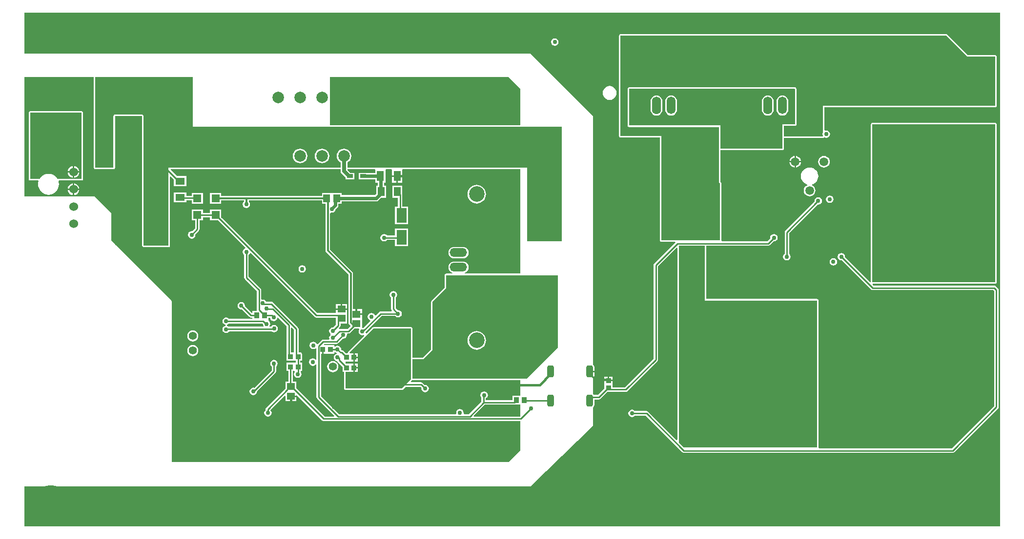
<source format=gbr>
%TF.GenerationSoftware,Altium Limited,Altium Designer,19.0.10 (269)*%
G04 Layer_Physical_Order=4*
G04 Layer_Color=16711680*
%FSLAX26Y26*%
%MOIN*%
%TF.FileFunction,Copper,L4,Bot,Signal*%
%TF.Part,Single*%
G01*
G75*
%TA.AperFunction,SMDPad,CuDef*%
%ADD14R,0.055118X0.051181*%
%ADD15R,0.047244X0.064961*%
%ADD21R,0.033465X0.037402*%
%ADD25R,0.244095X0.147638*%
%ADD29R,0.037402X0.033465*%
%ADD30R,0.035433X0.039370*%
%ADD36R,0.045276X0.053150*%
%ADD46R,0.039370X0.025591*%
%TA.AperFunction,Conductor*%
%ADD47C,0.015748*%
%ADD48C,0.010000*%
%ADD50C,0.023622*%
%ADD54C,0.012000*%
%TA.AperFunction,ComponentPad*%
%ADD55C,0.059055*%
%ADD56C,0.078740*%
%ADD57C,0.106299*%
%ADD58O,0.118110X0.059055*%
%ADD59C,0.060000*%
%ADD60C,0.055118*%
%ADD61C,0.007874*%
%ADD62O,0.059055X0.078740*%
%ADD63O,0.059055X0.118110*%
%ADD64C,0.098425*%
%TA.AperFunction,ViaPad*%
%ADD65C,0.030000*%
%ADD66C,0.023622*%
%ADD67C,0.047244*%
%ADD68C,0.196850*%
%TA.AperFunction,SMDPad,CuDef*%
%ADD70R,0.064961X0.047244*%
%ADD71R,0.053150X0.045276*%
%ADD72R,0.062992X0.137795*%
G04:AMPARAMS|DCode=73|XSize=45mil|YSize=80mil|CornerRadius=11.25mil|HoleSize=0mil|Usage=FLASHONLY|Rotation=0.000|XOffset=0mil|YOffset=0mil|HoleType=Round|Shape=RoundedRectangle|*
%AMROUNDEDRECTD73*
21,1,0.045000,0.057500,0,0,0.0*
21,1,0.022500,0.080000,0,0,0.0*
1,1,0.022500,0.011250,-0.028750*
1,1,0.022500,-0.011250,-0.028750*
1,1,0.022500,-0.011250,0.028750*
1,1,0.022500,0.011250,0.028750*
%
%ADD73ROUNDEDRECTD73*%
%ADD74R,0.102362X0.088583*%
%ADD75R,0.057087X0.053150*%
%ADD76R,0.051181X0.070866*%
%ADD77R,0.068898X0.100394*%
%TA.AperFunction,Conductor*%
%ADD78C,0.025000*%
G36*
X3320956Y3088000D02*
X3401575Y3007381D01*
Y2757196D01*
X2101000Y2757196D01*
Y3088000D01*
X3320956Y3088000D01*
D02*
G37*
G36*
X6311921Y3370079D02*
X6454000Y3228000D01*
X6645669Y3228000D01*
X6645669Y2889764D01*
X5468504Y2889764D01*
X5468504Y2706239D01*
X5466636Y2696850D01*
X5468504Y2687461D01*
Y2681102D01*
X5202322D01*
Y2753584D01*
X5279528D01*
X5283429Y2754360D01*
X5286737Y2756570D01*
X5288947Y2759878D01*
X5289724Y2763780D01*
Y3000217D01*
X5289528Y3001202D01*
Y3002206D01*
X5289143Y3003134D01*
X5288947Y3004119D01*
X5288390Y3004954D01*
X5288005Y3005882D01*
X5285208Y3010068D01*
X5284909Y3010791D01*
X5284713Y3011776D01*
X5284155Y3012611D01*
X5283770Y3013539D01*
X5283060Y3014249D01*
X5282502Y3015084D01*
X5281667Y3015642D01*
X5280958Y3016352D01*
X5280030Y3016736D01*
X5279195Y3017294D01*
X5278210Y3017490D01*
X5277282Y3017874D01*
X5276278D01*
X5275293Y3018070D01*
X4145669D01*
X4141767Y3017294D01*
X4138460Y3015084D01*
X4136249Y3011776D01*
X4135473Y3007874D01*
Y2755905D01*
X4136249Y2752004D01*
X4138460Y2748696D01*
X4141767Y2746486D01*
X4145669Y2745710D01*
X4757521D01*
Y2598425D01*
X4758297Y2594523D01*
X4759096Y2593327D01*
X4758297Y2592131D01*
X4757521Y2588229D01*
Y2370079D01*
X4758297Y2366177D01*
X4760507Y2362869D01*
X4763779Y2360682D01*
Y1970716D01*
X4663142Y1970717D01*
X4366142Y1970716D01*
Y2685039D01*
X4086614Y2685039D01*
Y3370079D01*
X6311921Y3370079D01*
D02*
G37*
G36*
X5275667Y3005996D02*
X5279528Y3000217D01*
Y2763780D01*
X5192126D01*
Y2598425D01*
X4767717D01*
Y2755905D01*
X4145669D01*
Y3007874D01*
X5275293D01*
X5275667Y3005996D01*
D02*
G37*
G36*
X488667Y3088000D02*
X489804Y3086614D01*
Y2468504D01*
X490580Y2464602D01*
X492790Y2461294D01*
X496098Y2459084D01*
X500000Y2458308D01*
X623662D01*
X627564Y2459084D01*
X630872Y2461294D01*
X633082Y2464602D01*
X633858Y2468504D01*
Y2819075D01*
Y2820079D01*
X818898D01*
Y2819075D01*
Y2468504D01*
Y1936221D01*
X819190Y1934752D01*
X819337Y1933261D01*
X819575Y1932815D01*
X819674Y1932319D01*
X820506Y1931073D01*
X821212Y1929752D01*
X822505Y1928178D01*
X822895Y1927857D01*
X823176Y1927436D01*
X824422Y1926604D01*
X825580Y1925654D01*
X826064Y1925507D01*
X826484Y1925226D01*
X827953Y1924934D01*
X829387Y1924499D01*
X829890Y1924549D01*
X830386Y1924450D01*
X1000000D01*
X1003902Y1925226D01*
X1007210Y1927436D01*
X1009420Y1930744D01*
X1010196Y1934646D01*
Y2405021D01*
X1015739Y2407317D01*
X1035473Y2387584D01*
Y2341968D01*
X1120433D01*
Y2409213D01*
X1057101D01*
X1014006Y2452308D01*
X1016491Y2458308D01*
X2174697D01*
Y2443110D01*
X2176443Y2434331D01*
X2181416Y2426889D01*
X2208504Y2399801D01*
Y2386653D01*
X2230568D01*
X2231299Y2386508D01*
X2238189D01*
X2238921Y2386653D01*
X2267874D01*
Y2432244D01*
X2240947D01*
X2220883Y2452308D01*
X2221314Y2458308D01*
X2406679D01*
X2411260Y2454882D01*
Y2431687D01*
X2358425D01*
Y2432244D01*
X2299055D01*
Y2386653D01*
X2358425D01*
Y2387211D01*
X2411260D01*
Y2364016D01*
X2427565D01*
Y2345630D01*
X2419134D01*
Y2292119D01*
X2408111Y2281097D01*
X2181260D01*
Y2295433D01*
X2118362D01*
X2115984Y2295433D01*
Y2295433D01*
X2112362D01*
Y2295433D01*
X2047087D01*
Y2275172D01*
X1360275D01*
Y2295433D01*
X1283189D01*
Y2222284D01*
X1360275D01*
Y2242545D01*
X1515183D01*
Y2235702D01*
X1513472Y2234559D01*
X1507947Y2226290D01*
X1506006Y2216535D01*
X1507947Y2206781D01*
X1513472Y2198511D01*
X1521742Y2192986D01*
X1531496Y2191046D01*
X1541251Y2192986D01*
X1549520Y2198511D01*
X1555046Y2206781D01*
X1556986Y2216535D01*
X1555046Y2226290D01*
X1549520Y2234559D01*
X1547810Y2235702D01*
Y2242545D01*
X2047087D01*
Y2222284D01*
X2070856D01*
Y1899834D01*
X2072097Y1893591D01*
X2075634Y1888298D01*
X2227592Y1736340D01*
Y1408053D01*
X2228834Y1401810D01*
X2232370Y1396517D01*
X2243590Y1385298D01*
X2222421Y1364129D01*
X2167732D01*
X2165440Y1363673D01*
X2162485Y1369202D01*
X2169358Y1376075D01*
X2172673Y1381037D01*
X2173837Y1386890D01*
Y1401417D01*
X2218661D01*
Y1464409D01*
Y1495000D01*
X2181102D01*
X2143543D01*
Y1472892D01*
X2015154D01*
X1360275Y2127771D01*
Y2179291D01*
X1283189D01*
Y2158010D01*
X1234291D01*
Y2179291D01*
X1157205D01*
Y2106142D01*
X1180454D01*
Y2052477D01*
X1160701Y2032723D01*
X1157480Y2033364D01*
X1147726Y2031424D01*
X1139456Y2025898D01*
X1133931Y2017629D01*
X1131991Y2007874D01*
X1133931Y1998120D01*
X1139456Y1989850D01*
X1147726Y1984324D01*
X1157480Y1982384D01*
X1167235Y1984324D01*
X1175504Y1989850D01*
X1181030Y1998120D01*
X1182970Y2007874D01*
X1182330Y2011094D01*
X1206562Y2035327D01*
X1209878Y2040289D01*
X1211042Y2046142D01*
Y2106142D01*
X1234291D01*
Y2127423D01*
X1283189D01*
Y2106142D01*
X1338647D01*
X1524629Y1920159D01*
X1522887Y1914418D01*
X1521742Y1914190D01*
X1513472Y1908664D01*
X1507947Y1900395D01*
X1506006Y1890640D01*
X1507947Y1880886D01*
X1513472Y1872616D01*
X1516202Y1870792D01*
Y1715733D01*
X1517366Y1709880D01*
X1520682Y1704919D01*
X1602407Y1623194D01*
Y1493520D01*
X1602634Y1492378D01*
X1597765Y1486378D01*
X1573661D01*
Y1476008D01*
X1567661Y1473652D01*
X1520912Y1520402D01*
X1521553Y1523622D01*
X1519612Y1533377D01*
X1514087Y1541646D01*
X1505818Y1547171D01*
X1496063Y1549112D01*
X1486309Y1547171D01*
X1478039Y1541646D01*
X1472514Y1533377D01*
X1470573Y1523622D01*
X1472514Y1513868D01*
X1478039Y1505598D01*
X1486309Y1500072D01*
X1496063Y1498132D01*
X1499283Y1498773D01*
X1552178Y1445879D01*
X1557139Y1442563D01*
X1562992Y1441399D01*
X1573661D01*
Y1432617D01*
X1413549D01*
X1411725Y1435347D01*
X1403455Y1440872D01*
X1393701Y1442813D01*
X1383946Y1440872D01*
X1375677Y1435347D01*
X1370151Y1427077D01*
X1368211Y1417323D01*
X1370151Y1407568D01*
X1375677Y1399299D01*
X1383946Y1393773D01*
X1388726Y1392822D01*
Y1386705D01*
X1383946Y1385754D01*
X1375677Y1380229D01*
X1370151Y1371959D01*
X1368211Y1362205D01*
X1370151Y1352450D01*
X1375677Y1344181D01*
X1383946Y1338655D01*
X1393701Y1336715D01*
X1403455Y1338655D01*
X1411725Y1344181D01*
X1414864Y1348879D01*
X1701940D01*
X1702448Y1348118D01*
X1710718Y1342592D01*
X1720473Y1340652D01*
X1730227Y1342592D01*
X1738496Y1348118D01*
X1744022Y1356387D01*
X1745962Y1366142D01*
X1744022Y1375896D01*
X1738496Y1384166D01*
X1730227Y1389691D01*
X1720473Y1391631D01*
X1710718Y1389691D01*
X1702448Y1384166D01*
X1699309Y1379467D01*
X1693511D01*
X1690304Y1385467D01*
X1692838Y1389258D01*
X1694778Y1399013D01*
X1692838Y1408767D01*
X1687312Y1417037D01*
X1681369Y1421008D01*
X1682244Y1427008D01*
X1682244D01*
Y1441252D01*
X1692871D01*
X1694461Y1433260D01*
X1699986Y1424990D01*
X1708256Y1419465D01*
X1718011Y1417524D01*
X1727765Y1419465D01*
X1736034Y1424990D01*
X1741560Y1433260D01*
X1742832Y1439653D01*
X1749342Y1441628D01*
X1805651Y1385319D01*
Y1186427D01*
X1805945Y1184949D01*
Y1145994D01*
X1868564D01*
Y1134016D01*
X1805945D01*
Y1076614D01*
X1817383D01*
Y1004095D01*
X1798071D01*
Y956511D01*
X1666844Y825284D01*
X1663528Y820322D01*
X1662364Y814469D01*
Y809365D01*
X1660888Y808378D01*
X1655363Y800109D01*
X1653422Y790354D01*
X1655363Y780600D01*
X1660888Y772330D01*
X1669158Y766805D01*
X1678912Y764865D01*
X1688667Y766805D01*
X1696936Y772330D01*
X1702462Y780600D01*
X1704402Y790354D01*
X1702462Y800109D01*
X1696936Y808378D01*
X1696601Y811783D01*
X1792528Y907710D01*
X1798071Y905414D01*
Y869921D01*
X1829646D01*
Y902559D01*
X1834646D01*
Y907559D01*
X1871220D01*
Y909351D01*
X1876764Y911647D01*
X2049463Y738947D01*
X2054425Y735632D01*
X2060278Y734468D01*
X3401575D01*
Y531496D01*
X3399697D01*
X3320956Y453000D01*
X1023622Y453000D01*
X1023622Y1555118D01*
X642520Y1936220D01*
X633858D01*
Y1944882D01*
X610236Y1968504D01*
Y2154967D01*
X495069Y2270133D01*
X374917D01*
X350394Y2271741D01*
X325870Y2270133D01*
X15294D01*
Y3088000D01*
X488667Y3088000D01*
D02*
G37*
G36*
X3401575Y1742479D02*
X3024162D01*
X3022968Y1748479D01*
X3029777Y1751300D01*
X3038034Y1757635D01*
X3044370Y1765892D01*
X3048353Y1775508D01*
X3049711Y1785827D01*
X3048353Y1796146D01*
X3044370Y1805761D01*
X3038034Y1814018D01*
X3029777Y1820354D01*
X3020161Y1824337D01*
X3009843Y1825695D01*
X2950787D01*
X2940469Y1824337D01*
X2930853Y1820354D01*
X2922596Y1814018D01*
X2916260Y1805761D01*
X2912277Y1796146D01*
X2910919Y1785827D01*
X2912277Y1775508D01*
X2916260Y1765892D01*
X2922596Y1757635D01*
X2930853Y1751300D01*
X2937662Y1748479D01*
X2936468Y1742479D01*
X2895669D01*
X2891767Y1741703D01*
X2888460Y1739493D01*
X2886249Y1736185D01*
X2885473Y1732284D01*
Y1645956D01*
X2795940Y1556422D01*
X2793730Y1553114D01*
X2792954Y1549213D01*
Y1224696D01*
X2735934Y1167676D01*
X2666692D01*
Y1366142D01*
X2665916Y1370043D01*
X2663706Y1373351D01*
X2660398Y1375562D01*
X2656496Y1376338D01*
X2397638D01*
X2393736Y1375562D01*
X2392896Y1375000D01*
X2388976D01*
Y1371899D01*
X2351613Y1334536D01*
X2351552Y1334562D01*
X2346665Y1338073D01*
X2348315Y1346372D01*
X2455154Y1453210D01*
X2547081D01*
X2548905Y1450480D01*
X2557175Y1444954D01*
X2566929Y1443014D01*
X2576684Y1444954D01*
X2584953Y1450480D01*
X2590479Y1458749D01*
X2592419Y1468504D01*
X2590479Y1478258D01*
X2584953Y1486528D01*
X2576684Y1492053D01*
X2566929Y1493994D01*
X2563709Y1493353D01*
X2550727Y1506335D01*
Y1578577D01*
X2553457Y1580401D01*
X2558983Y1588671D01*
X2560923Y1598425D01*
X2558983Y1608180D01*
X2553457Y1616449D01*
X2545188Y1621975D01*
X2535433Y1623915D01*
X2525679Y1621975D01*
X2517409Y1616449D01*
X2511884Y1608180D01*
X2509943Y1598425D01*
X2511884Y1588671D01*
X2517409Y1580401D01*
X2520139Y1578577D01*
Y1500000D01*
X2521303Y1494147D01*
X2524209Y1489798D01*
X2523192Y1485740D01*
X2522387Y1483798D01*
X2448819D01*
X2442966Y1482634D01*
X2438005Y1479318D01*
X2415184Y1456498D01*
X2410137Y1458029D01*
X2409135Y1458934D01*
X2403851Y1466843D01*
X2395581Y1472368D01*
X2385827Y1474309D01*
X2376072Y1472368D01*
X2367803Y1466843D01*
X2362277Y1458573D01*
X2360337Y1448819D01*
X2362277Y1439064D01*
X2367803Y1430795D01*
X2375711Y1425511D01*
X2376617Y1424508D01*
X2378148Y1419461D01*
X2329344Y1370658D01*
X2322843Y1371951D01*
X2321024Y1373444D01*
Y1428976D01*
Y1459567D01*
X2283465D01*
Y1464567D01*
X2278465D01*
Y1500158D01*
X2260219D01*
Y1743097D01*
X2258977Y1749340D01*
X2255441Y1754632D01*
X2103483Y1906591D01*
Y2155553D01*
X2109483Y2160477D01*
X2114169Y2159545D01*
X2123923Y2161485D01*
X2132193Y2167011D01*
X2137718Y2175280D01*
X2138608Y2179750D01*
X2153520Y2194662D01*
X2153520Y2194662D01*
X2158341Y2201877D01*
X2160034Y2210387D01*
X2160034Y2210388D01*
Y2222284D01*
X2181260D01*
Y2236620D01*
X2417322D01*
X2417323Y2236620D01*
X2425833Y2238313D01*
X2433048Y2243133D01*
X2450584Y2260669D01*
X2486378D01*
Y2345630D01*
X2472041D01*
Y2364016D01*
X2482441D01*
Y2454882D01*
X2487022Y2458308D01*
X2520852D01*
X2525433Y2454882D01*
X2525433Y2452308D01*
Y2414449D01*
X2561024D01*
X2596614D01*
Y2452308D01*
X2596614Y2454882D01*
X2601195Y2458308D01*
X3401575D01*
Y1742479D01*
D02*
G37*
G36*
X1165354Y2747000D02*
X3685039Y2747000D01*
Y1964567D01*
X3448819D01*
Y2468504D01*
X2220579D01*
Y2503309D01*
X2222536Y2504119D01*
X2232849Y2512033D01*
X2240762Y2522346D01*
X2245737Y2534356D01*
X2247434Y2547244D01*
X2245737Y2560132D01*
X2240762Y2572142D01*
X2232849Y2582455D01*
X2222536Y2590369D01*
X2210526Y2595343D01*
X2197638Y2597040D01*
X2184750Y2595343D01*
X2172740Y2590369D01*
X2162427Y2582455D01*
X2154513Y2572142D01*
X2149539Y2560132D01*
X2147842Y2547244D01*
X2149539Y2534356D01*
X2154513Y2522346D01*
X2162427Y2512033D01*
X2172740Y2504119D01*
X2174697Y2503309D01*
Y2468504D01*
X1000000D01*
Y1934646D01*
X830386D01*
X829093Y1936221D01*
Y2468504D01*
Y2820079D01*
X828317Y2823981D01*
X826107Y2827288D01*
X822799Y2829499D01*
X818898Y2830275D01*
X633858D01*
X629957Y2829499D01*
X626649Y2827288D01*
X624438Y2823981D01*
X623662Y2820079D01*
Y2468504D01*
X500000D01*
Y3086614D01*
X1165354D01*
Y2747000D01*
D02*
G37*
G36*
X6645343Y1683424D02*
X5807255D01*
X5806760Y1683830D01*
X5806760Y2763377D01*
X6645343Y2763378D01*
X6645343Y1683424D01*
D02*
G37*
G36*
X1644183Y1397077D02*
X1645738Y1389258D01*
X1648272Y1385467D01*
X1645065Y1379467D01*
X1412234D01*
X1411725Y1380229D01*
X1403455Y1385754D01*
X1398676Y1386705D01*
Y1392822D01*
X1403455Y1393773D01*
X1411725Y1399299D01*
X1413549Y1402029D01*
X1639231D01*
X1644183Y1397077D01*
D02*
G37*
G36*
X1998004Y1446784D02*
X2002966Y1443469D01*
X2008819Y1442305D01*
X2143543D01*
Y1417895D01*
X2143249Y1416417D01*
Y1393225D01*
X2125268Y1375243D01*
X2122047Y1375883D01*
X2112293Y1373943D01*
X2104023Y1368418D01*
X2098498Y1360148D01*
X2096557Y1350394D01*
X2098498Y1340639D01*
X2104023Y1332370D01*
X2107001Y1330380D01*
Y1323164D01*
X2104023Y1321174D01*
X2098498Y1312904D01*
X2096557Y1303150D01*
X2097494Y1298444D01*
X2092569Y1292444D01*
X2054900D01*
X2049048Y1291279D01*
X2044086Y1287964D01*
X2017854Y1261732D01*
X2016039Y1261729D01*
X2010786Y1263149D01*
X2006213Y1269993D01*
X1997944Y1275518D01*
X1988189Y1277458D01*
X1978435Y1275518D01*
X1970165Y1269993D01*
X1964639Y1261723D01*
X1962699Y1251968D01*
X1964639Y1242214D01*
X1970165Y1233945D01*
X1978435Y1228419D01*
X1988189Y1226479D01*
X1997944Y1228419D01*
X2004123Y1232548D01*
X2010123Y1229819D01*
Y1154875D01*
X2004123Y1153054D01*
X2002276Y1155819D01*
X1994006Y1161345D01*
X1984252Y1163285D01*
X1974497Y1161345D01*
X1966228Y1155819D01*
X1960703Y1147550D01*
X1958762Y1137795D01*
X1960703Y1128041D01*
X1966228Y1119771D01*
X1974497Y1114246D01*
X1984252Y1112305D01*
X1994006Y1114246D01*
X2002276Y1119771D01*
X2004123Y1122536D01*
X2010123Y1120716D01*
Y898442D01*
X2011288Y892589D01*
X2014603Y887627D01*
X2131631Y770599D01*
X2129335Y765056D01*
X2066613D01*
X1871220Y960448D01*
Y1004095D01*
X1847971D01*
Y1076614D01*
X1859084D01*
X1862177Y1070614D01*
X1858340Y1064873D01*
X1856400Y1055118D01*
X1858340Y1045364D01*
X1863866Y1037094D01*
X1872135Y1031569D01*
X1881890Y1029628D01*
X1891644Y1031569D01*
X1899914Y1037094D01*
X1905439Y1045364D01*
X1907380Y1055118D01*
X1905439Y1064873D01*
X1901603Y1070614D01*
X1904695Y1076614D01*
X1910591D01*
Y1134016D01*
X1899152D01*
Y1145994D01*
X1910591D01*
Y1203395D01*
X1887420D01*
Y1364095D01*
X1886256Y1369947D01*
X1882940Y1374909D01*
X1711492Y1546358D01*
X1706530Y1549673D01*
X1700677Y1550837D01*
X1666106D01*
X1661725Y1557394D01*
X1653455Y1562920D01*
X1643701Y1564860D01*
X1638995Y1563924D01*
X1632995Y1568848D01*
Y1629528D01*
X1631831Y1635381D01*
X1628515Y1640343D01*
X1546790Y1722068D01*
Y1870792D01*
X1549520Y1872616D01*
X1555046Y1880886D01*
X1555274Y1882032D01*
X1561015Y1883773D01*
X1998004Y1446784D01*
D02*
G37*
G36*
X2301812Y1359984D02*
X2299294Y1356216D01*
X2297354Y1346461D01*
X2299294Y1336707D01*
X2304819Y1328437D01*
X2313089Y1322912D01*
X2322843Y1320971D01*
X2331231Y1322640D01*
X2334743Y1317752D01*
X2334768Y1317691D01*
X2228157Y1211080D01*
X2225947Y1207772D01*
X2225171Y1203870D01*
X2220377Y1198327D01*
X2209463D01*
X2193780Y1214011D01*
X2188818Y1217326D01*
X2182966Y1218490D01*
X2178862Y1223567D01*
X2179029Y1224407D01*
X2177088Y1234161D01*
X2171563Y1242431D01*
X2163294Y1247957D01*
X2153539Y1249897D01*
X2143785Y1247957D01*
X2137063Y1243465D01*
X2131903Y1245427D01*
X2131063Y1246123D01*
Y1253110D01*
X2063374D01*
X2060519Y1259110D01*
X2062670Y1261856D01*
X2147228D01*
X2153081Y1263020D01*
X2158043Y1266335D01*
X2189693Y1297986D01*
X2192913Y1297345D01*
X2202668Y1299285D01*
X2210937Y1304811D01*
X2216463Y1313080D01*
X2218403Y1322835D01*
X2217467Y1327541D01*
X2222391Y1333541D01*
X2228756D01*
X2234609Y1334705D01*
X2239570Y1338020D01*
X2267534Y1365984D01*
X2298605D01*
X2301812Y1359984D01*
D02*
G37*
G36*
X1856832Y1357760D02*
Y1203395D01*
X1836239D01*
Y1370514D01*
X1841782Y1372810D01*
X1856832Y1357760D01*
D02*
G37*
G36*
X3657480Y1236220D02*
X3444882Y1023622D01*
X2666692D01*
Y1157480D01*
X2740157D01*
X2803150Y1220472D01*
Y1549213D01*
X2895669Y1641732D01*
Y1732284D01*
X3657480D01*
X3657480Y1236220D01*
D02*
G37*
G36*
X2656496Y1019723D02*
X2593465Y956693D01*
X2208661Y956693D01*
Y1069892D01*
X2260748D01*
Y1098593D01*
Y1127293D01*
X2209463D01*
X2208661Y1128096D01*
Y1140926D01*
X2260748D01*
Y1169626D01*
Y1198327D01*
X2237663D01*
X2235367Y1203870D01*
X2397638Y1366142D01*
X2656496D01*
Y1019723D01*
D02*
G37*
G36*
X2058150Y1195709D02*
X2131063D01*
Y1202691D01*
X2131903Y1203388D01*
X2137063Y1205349D01*
X2143785Y1200858D01*
X2148564Y1199907D01*
Y1193789D01*
X2143785Y1192839D01*
X2135515Y1187313D01*
X2129990Y1179043D01*
X2128049Y1169289D01*
X2129990Y1159534D01*
X2135515Y1151265D01*
X2143785Y1145739D01*
X2150455Y1144413D01*
X2153211Y1140288D01*
X2187835Y1105665D01*
Y1069892D01*
X2198465D01*
Y956693D01*
X2199242Y952791D01*
X2201452Y949483D01*
X2204760Y947273D01*
X2208661Y946497D01*
X2593465Y946497D01*
X2597367Y947273D01*
X2600675Y949483D01*
X2620150Y968958D01*
X2718075D01*
X2727119Y959913D01*
X2726479Y956693D01*
X2728419Y946938D01*
X2733945Y938669D01*
X2742214Y933143D01*
X2751968Y931203D01*
X2761723Y933143D01*
X2769992Y938669D01*
X2775518Y946938D01*
X2777458Y956693D01*
X2775518Y966447D01*
X2769992Y974717D01*
X2761723Y980242D01*
X2751968Y982183D01*
X2748748Y981542D01*
X2735224Y995066D01*
X2730262Y998382D01*
X2724409Y999546D01*
X2658577D01*
X2656281Y1005089D01*
X2663706Y1012514D01*
X2664594Y1013843D01*
X2666692Y1013426D01*
X3401575D01*
Y906063D01*
X3347284D01*
Y876987D01*
X3167016D01*
Y889961D01*
X3173024Y893976D01*
X3178550Y902245D01*
X3180490Y912000D01*
X3178550Y921755D01*
X3173024Y930024D01*
X3164755Y935549D01*
X3155000Y937490D01*
X3145245Y935549D01*
X3136976Y930024D01*
X3131450Y921755D01*
X3129510Y912000D01*
X3131450Y902245D01*
X3136428Y894796D01*
Y866718D01*
X3050765Y781056D01*
X3018698D01*
X3013774Y787056D01*
X3014710Y791762D01*
X3012770Y801516D01*
X3007244Y809786D01*
X2998975Y815311D01*
X2989220Y817252D01*
X2979466Y815311D01*
X2971197Y809786D01*
X2965671Y801516D01*
X2963731Y791762D01*
X2964667Y787056D01*
X2959743Y781056D01*
X2164432D01*
X2153726Y791762D01*
X2086614Y858874D01*
X2040711Y904777D01*
Y1195709D01*
X2048150D01*
Y1224409D01*
X2058150D01*
Y1195709D01*
D02*
G37*
G36*
X3401575Y768511D02*
X3398120Y765056D01*
X3085862D01*
X3083566Y770599D01*
X3159366Y846399D01*
X3362284D01*
X3363762Y846693D01*
X3401575D01*
Y768511D01*
D02*
G37*
G36*
X6677619Y15294D02*
X15294D01*
Y288000D01*
X3473199Y288000D01*
X3897638Y700587D01*
Y827018D01*
X3901807Y829803D01*
X3906503Y836832D01*
X3908153Y845124D01*
Y882330D01*
X3938568D01*
X3944421Y883494D01*
X3949383Y886809D01*
X3996865Y934291D01*
X4014192D01*
X4015669Y933997D01*
X4121519D01*
X4127372Y935162D01*
X4132333Y938477D01*
X4338105Y1144249D01*
X4341421Y1149211D01*
X4342585Y1155063D01*
Y1793436D01*
X4468513Y1919364D01*
X4474056Y1917068D01*
Y606593D01*
X4468513Y604297D01*
X4274594Y798216D01*
X4269632Y801531D01*
X4263779Y802696D01*
X4185203D01*
X4183378Y805426D01*
X4175109Y810951D01*
X4165354Y812891D01*
X4155600Y810951D01*
X4147330Y805426D01*
X4141805Y797156D01*
X4139864Y787402D01*
X4141805Y777647D01*
X4147330Y769378D01*
X4155600Y763852D01*
X4165354Y761912D01*
X4175109Y763852D01*
X4183378Y769378D01*
X4185203Y772108D01*
X4257445D01*
X4508871Y520682D01*
X4513832Y517366D01*
X4519685Y516202D01*
X6354331D01*
X6360183Y517366D01*
X6365145Y520682D01*
X6664358Y819894D01*
X6667673Y824856D01*
X6668837Y830709D01*
Y1629921D01*
X6667673Y1635774D01*
X6664358Y1640736D01*
X6648610Y1656484D01*
X6643648Y1659799D01*
X6639669Y1660590D01*
X6637795Y1660963D01*
X5813422D01*
X5807087Y1667298D01*
X5807160Y1667470D01*
X5807255Y1673228D01*
X6645343D01*
X6649245Y1674004D01*
X6652553Y1676215D01*
X6654763Y1679522D01*
X6655539Y1683424D01*
X6655539Y2763378D01*
X6654763Y2767279D01*
X6652553Y2770587D01*
X6649245Y2772797D01*
X6645343Y2773573D01*
X5806760Y2773573D01*
X5802858Y2772797D01*
X5799551Y2770587D01*
X5797340Y2767279D01*
X5796564Y2763377D01*
X5796564Y1686306D01*
X5790572Y1683813D01*
X5619337Y1855047D01*
X5619978Y1858268D01*
X5618038Y1868022D01*
X5612512Y1876292D01*
X5604243Y1881817D01*
X5594488Y1883757D01*
X5584734Y1881817D01*
X5576464Y1876292D01*
X5570939Y1868022D01*
X5568998Y1858268D01*
X5570939Y1848513D01*
X5576464Y1840244D01*
X5584734Y1834718D01*
X5594488Y1832778D01*
X5597709Y1833418D01*
X5796272Y1634855D01*
X5801234Y1631540D01*
X5807087Y1630375D01*
X6631460D01*
X6638249Y1623586D01*
Y881890D01*
Y837044D01*
X6347996Y546790D01*
X5442812D01*
X5441478Y548177D01*
X5438867Y552790D01*
X5439330Y555118D01*
Y557888D01*
Y588558D01*
D01*
Y604297D01*
Y606593D01*
D01*
Y700587D01*
X5439330Y761912D01*
D01*
Y763852D01*
Y765056D01*
D01*
Y769378D01*
Y772108D01*
D01*
Y777647D01*
Y787402D01*
D01*
Y798216D01*
Y802696D01*
D01*
Y805426D01*
Y810951D01*
D01*
Y819894D01*
Y824856D01*
D01*
Y827018D01*
Y829803D01*
D01*
Y830709D01*
Y881890D01*
D01*
Y882330D01*
Y917944D01*
D01*
Y920730D01*
Y985472D01*
D01*
Y1007205D01*
Y1029803D01*
D01*
Y1036832D01*
X5439330Y1117944D01*
D01*
Y1144249D01*
Y1155063D01*
D01*
Y1161398D01*
Y1227194D01*
D01*
Y1233058D01*
Y1273439D01*
D01*
Y1285819D01*
Y1298198D01*
D01*
Y1310102D01*
Y1338580D01*
D01*
Y1344444D01*
Y1373351D01*
D01*
Y1376338D01*
X5439330Y1419461D01*
D01*
Y1425511D01*
Y1428976D01*
D01*
Y1430795D01*
Y1439064D01*
D01*
Y1443014D01*
Y1450480D01*
D01*
Y1453210D01*
Y1459567D01*
D01*
D01*
Y1479318D01*
D01*
Y1483798D01*
Y1493353D01*
D01*
Y1493994D01*
Y1555992D01*
Y1559055D01*
X5438554Y1562957D01*
X5436344Y1566264D01*
X5433036Y1568475D01*
X5429134Y1569251D01*
X4671613Y1569251D01*
X4671613Y1933071D01*
X4671986Y1933525D01*
X5094488D01*
X5100341Y1934689D01*
X5105303Y1938005D01*
X5130638Y1963340D01*
X5133858Y1962699D01*
X5143613Y1964639D01*
X5151882Y1970165D01*
X5157408Y1978435D01*
X5159348Y1988189D01*
X5157408Y1997944D01*
X5151882Y2006213D01*
X5143613Y2011738D01*
X5133858Y2013679D01*
X5124104Y2011738D01*
X5115834Y2006213D01*
X5110309Y1997944D01*
X5108368Y1988189D01*
X5109009Y1984969D01*
X5088153Y1964113D01*
X4778061D01*
X4773855Y1970113D01*
X4773975Y1970716D01*
Y2360682D01*
X4773779Y2361667D01*
Y2362672D01*
X4773395Y2363599D01*
X4773199Y2364584D01*
X4772641Y2365419D01*
X4772257Y2366347D01*
X4771547Y2367057D01*
X4770989Y2367892D01*
X4770154Y2368450D01*
X4769444Y2369160D01*
X4768069Y2370079D01*
X4767717D01*
Y2371083D01*
Y2587225D01*
Y2588229D01*
X5192126D01*
X5196028Y2589005D01*
X5199336Y2591216D01*
X5201546Y2594523D01*
X5202322Y2598425D01*
Y2670906D01*
X5468504D01*
X5472406Y2671682D01*
X5475713Y2673893D01*
X5477495Y2676559D01*
X5482372Y2673301D01*
X5492126Y2671361D01*
X5501881Y2673301D01*
X5510150Y2678826D01*
X5515676Y2687096D01*
X5517616Y2696850D01*
X5515676Y2706605D01*
X5510150Y2714874D01*
X5501881Y2720400D01*
X5492126Y2722340D01*
X5484700Y2720863D01*
X5478700Y2724613D01*
X5478700Y2879568D01*
X6645669Y2879568D01*
X6649571Y2880344D01*
X6652879Y2882554D01*
X6655089Y2885862D01*
X6655865Y2889764D01*
X6655865Y3228000D01*
X6655089Y3231902D01*
X6652879Y3235209D01*
X6649571Y3237420D01*
X6645669Y3238196D01*
X6458223Y3238196D01*
X6319131Y3377288D01*
X6315823Y3379498D01*
X6311921Y3380274D01*
X4086614Y3380275D01*
X4082712Y3379499D01*
X4079405Y3377288D01*
X4077194Y3373981D01*
X4076418Y3370079D01*
Y2685039D01*
X4077194Y2681138D01*
X4079405Y2677830D01*
X4082712Y2675620D01*
X4086614Y2674843D01*
X4355946Y2674843D01*
Y1970716D01*
X4356722Y1966815D01*
X4358932Y1963507D01*
X4362240Y1961297D01*
X4366142Y1960521D01*
X4457926D01*
X4460412Y1954521D01*
X4316476Y1810585D01*
X4313161Y1805623D01*
X4311997Y1799771D01*
Y1161398D01*
X4115184Y964585D01*
X4032638D01*
Y985472D01*
Y1007205D01*
X4003937D01*
X3975236D01*
Y985472D01*
Y955920D01*
X3932234Y912918D01*
X3905165D01*
X3901807Y917944D01*
X3897638Y920730D01*
Y1027018D01*
X3901807Y1029803D01*
X3906503Y1036832D01*
X3908153Y1045124D01*
Y1068874D01*
X3875236D01*
Y1078874D01*
X3908153D01*
Y1102624D01*
X3906503Y1110915D01*
X3901807Y1117944D01*
X3897638Y1120730D01*
X3897638Y2822362D01*
X3473000Y3247000D01*
X15294Y3247000D01*
Y3528013D01*
X6677619D01*
Y15294D01*
D02*
G37*
G36*
X4661417Y1559055D02*
X5429134Y1559055D01*
X5429134Y555118D01*
X4517692Y555118D01*
X4484252Y588558D01*
Y1933071D01*
X4661417D01*
X4661417Y1559055D01*
D02*
G37*
%LPC*%
G36*
X5192126Y2962094D02*
X5181807Y2960735D01*
X5172192Y2956752D01*
X5163935Y2950416D01*
X5157599Y2942159D01*
X5153616Y2932544D01*
X5152257Y2922225D01*
Y2863170D01*
X5153616Y2852851D01*
X5157599Y2843235D01*
X5163935Y2834978D01*
X5172192Y2828643D01*
X5181807Y2824660D01*
X5192126Y2823301D01*
X5202445Y2824660D01*
X5212060Y2828643D01*
X5220317Y2834978D01*
X5226653Y2843235D01*
X5230636Y2852851D01*
X5231995Y2863170D01*
Y2922225D01*
X5230636Y2932544D01*
X5226653Y2942159D01*
X5220317Y2950416D01*
X5212060Y2956752D01*
X5202445Y2960735D01*
X5192126Y2962094D01*
D02*
G37*
G36*
X5092126D02*
X5081807Y2960735D01*
X5072192Y2956752D01*
X5063935Y2950416D01*
X5057599Y2942159D01*
X5053616Y2932544D01*
X5052257Y2922225D01*
Y2863170D01*
X5053616Y2852851D01*
X5057599Y2843235D01*
X5063935Y2834978D01*
X5072192Y2828643D01*
X5081807Y2824660D01*
X5092126Y2823301D01*
X5102445Y2824660D01*
X5112060Y2828643D01*
X5120317Y2834978D01*
X5126653Y2843235D01*
X5130636Y2852851D01*
X5131995Y2863170D01*
Y2922225D01*
X5130636Y2932544D01*
X5126653Y2942159D01*
X5120317Y2950416D01*
X5112060Y2956752D01*
X5102445Y2960735D01*
X5092126Y2962094D01*
D02*
G37*
G36*
X4432126D02*
X4421807Y2960735D01*
X4412192Y2956752D01*
X4403935Y2950416D01*
X4397599Y2942159D01*
X4393616Y2932544D01*
X4392257Y2922225D01*
Y2863170D01*
X4393616Y2852851D01*
X4397599Y2843235D01*
X4403935Y2834978D01*
X4412192Y2828643D01*
X4421807Y2824660D01*
X4432126Y2823301D01*
X4442445Y2824660D01*
X4452060Y2828643D01*
X4460317Y2834978D01*
X4466653Y2843235D01*
X4470636Y2852851D01*
X4471995Y2863170D01*
Y2922225D01*
X4470636Y2932544D01*
X4466653Y2942159D01*
X4460317Y2950416D01*
X4452060Y2956752D01*
X4442445Y2960735D01*
X4432126Y2962094D01*
D02*
G37*
G36*
X4332126D02*
X4321807Y2960735D01*
X4312192Y2956752D01*
X4303935Y2950416D01*
X4297599Y2942159D01*
X4293616Y2932544D01*
X4292257Y2922225D01*
Y2863170D01*
X4293616Y2852851D01*
X4297599Y2843235D01*
X4303935Y2834978D01*
X4312192Y2828643D01*
X4321807Y2824660D01*
X4332126Y2823301D01*
X4342445Y2824660D01*
X4352060Y2828643D01*
X4360317Y2834978D01*
X4366653Y2843235D01*
X4370636Y2852851D01*
X4371995Y2863170D01*
Y2922225D01*
X4370636Y2932544D01*
X4366653Y2942159D01*
X4360317Y2950416D01*
X4352060Y2956752D01*
X4342445Y2960735D01*
X4332126Y2962094D01*
D02*
G37*
%LPD*%
G36*
X5099783Y2950802D02*
X5106918Y2947846D01*
X5113046Y2943145D01*
X5117747Y2937017D01*
X5120703Y2929882D01*
X5121799Y2921557D01*
Y2863838D01*
X5120703Y2855513D01*
X5117747Y2848377D01*
X5113046Y2842250D01*
X5106918Y2837549D01*
X5099783Y2834593D01*
X5092126Y2833585D01*
X5084469Y2834593D01*
X5077333Y2837549D01*
X5071206Y2842250D01*
X5066505Y2848377D01*
X5063549Y2855513D01*
X5062453Y2863838D01*
Y2921557D01*
X5063549Y2929882D01*
X5066505Y2937017D01*
X5071206Y2943145D01*
X5077334Y2947846D01*
X5084469Y2950802D01*
X5092126Y2951810D01*
X5099783Y2950802D01*
D02*
G37*
G36*
X4339783D02*
X4346918Y2947846D01*
X4353046Y2943145D01*
X4357747Y2937017D01*
X4360703Y2929882D01*
X4361799Y2921557D01*
Y2863838D01*
X4360703Y2855513D01*
X4357747Y2848377D01*
X4353046Y2842250D01*
X4346918Y2837549D01*
X4339783Y2834593D01*
X4332126Y2833585D01*
X4324469Y2834593D01*
X4317333Y2837549D01*
X4311206Y2842250D01*
X4306505Y2848377D01*
X4303549Y2855513D01*
X4302453Y2863838D01*
Y2921557D01*
X4303549Y2929882D01*
X4306505Y2937017D01*
X4311206Y2943145D01*
X4317334Y2947846D01*
X4324469Y2950802D01*
X4332126Y2951810D01*
X4339783Y2950802D01*
D02*
G37*
%LPC*%
G36*
X355394Y2359766D02*
Y2325079D01*
X390081D01*
X389364Y2330521D01*
X385334Y2340251D01*
X378922Y2348607D01*
X370566Y2355019D01*
X360836Y2359049D01*
X355394Y2359766D01*
D02*
G37*
G36*
X345394D02*
X339952Y2359049D01*
X330221Y2355019D01*
X321865Y2348607D01*
X315454Y2340251D01*
X311423Y2330521D01*
X310707Y2325079D01*
X345394D01*
Y2359766D01*
D02*
G37*
G36*
X405512Y2853897D02*
X54331D01*
X50429Y2853121D01*
X47121Y2850910D01*
X44911Y2847603D01*
X44135Y2843701D01*
Y2389370D01*
X44911Y2385468D01*
X47121Y2382160D01*
X50429Y2379950D01*
X54331Y2379174D01*
X108834D01*
X112409Y2374355D01*
X110319Y2367466D01*
X108948Y2353543D01*
X110319Y2339620D01*
X114380Y2326232D01*
X120975Y2313894D01*
X129851Y2303079D01*
X140666Y2294204D01*
X153004Y2287608D01*
X166392Y2283547D01*
X180315Y2282176D01*
X194238Y2283547D01*
X207626Y2287608D01*
X219964Y2294204D01*
X230779Y2303079D01*
X239655Y2313894D01*
X246250Y2326232D01*
X250311Y2339620D01*
X251682Y2353543D01*
X250311Y2367466D01*
X248221Y2374355D01*
X251796Y2379174D01*
X405512D01*
X409414Y2379950D01*
X412721Y2382160D01*
X414932Y2385468D01*
X415708Y2389370D01*
Y2843701D01*
X414932Y2847603D01*
X412721Y2850910D01*
X409414Y2853121D01*
X405512Y2853897D01*
D02*
G37*
G36*
X390081Y2315079D02*
X355394D01*
Y2280392D01*
X360836Y2281108D01*
X370566Y2285139D01*
X378922Y2291550D01*
X385334Y2299906D01*
X389364Y2309637D01*
X390081Y2315079D01*
D02*
G37*
G36*
X345394D02*
X310707D01*
X311423Y2309637D01*
X315454Y2299906D01*
X321865Y2291550D01*
X330221Y2285139D01*
X339952Y2281108D01*
X345394Y2280392D01*
Y2315079D01*
D02*
G37*
G36*
X1120433Y2298976D02*
X1035473D01*
Y2231732D01*
X1120433D01*
Y2244549D01*
X1157205D01*
Y2222284D01*
X1234291D01*
Y2295433D01*
X1157205D01*
Y2275136D01*
X1120433D01*
Y2298976D01*
D02*
G37*
G36*
X1913386Y1800998D02*
X1903631Y1799057D01*
X1895362Y1793532D01*
X1889836Y1785263D01*
X1887896Y1775508D01*
X1889836Y1765754D01*
X1895362Y1757484D01*
X1903631Y1751958D01*
X1913386Y1750018D01*
X1923140Y1751958D01*
X1931410Y1757484D01*
X1936935Y1765754D01*
X1938876Y1775508D01*
X1936935Y1785263D01*
X1931410Y1793532D01*
X1923140Y1799057D01*
X1913386Y1800998D01*
D02*
G37*
G36*
X2218661Y1535591D02*
X2186102D01*
Y1505000D01*
X2218661D01*
Y1535591D01*
D02*
G37*
G36*
X2176102D02*
X2143543D01*
Y1505000D01*
X2176102D01*
Y1535591D01*
D02*
G37*
G36*
X1165354Y1354418D02*
X1155549Y1353128D01*
X1146413Y1349343D01*
X1138567Y1343323D01*
X1132547Y1335477D01*
X1128762Y1326340D01*
X1127471Y1316535D01*
X1128762Y1306730D01*
X1132547Y1297594D01*
X1138567Y1289748D01*
X1146413Y1283728D01*
X1155549Y1279943D01*
X1165354Y1278652D01*
X1175159Y1279943D01*
X1184296Y1283728D01*
X1192142Y1289748D01*
X1198162Y1297594D01*
X1201947Y1306730D01*
X1203237Y1316535D01*
X1201947Y1326340D01*
X1198162Y1335477D01*
X1192142Y1343323D01*
X1184296Y1349343D01*
X1175159Y1353128D01*
X1165354Y1354418D01*
D02*
G37*
G36*
Y1254418D02*
X1155549Y1253128D01*
X1146413Y1249343D01*
X1138567Y1243323D01*
X1132547Y1235477D01*
X1128762Y1226340D01*
X1127471Y1216535D01*
X1128762Y1206730D01*
X1132547Y1197594D01*
X1138567Y1189748D01*
X1146413Y1183728D01*
X1155549Y1179943D01*
X1165354Y1178652D01*
X1175159Y1179943D01*
X1184296Y1183728D01*
X1192142Y1189748D01*
X1198162Y1197594D01*
X1201947Y1206730D01*
X1203237Y1216535D01*
X1201947Y1226340D01*
X1198162Y1235477D01*
X1192142Y1243323D01*
X1184296Y1249343D01*
X1175159Y1253128D01*
X1165354Y1254418D01*
D02*
G37*
G36*
X1719247Y1152699D02*
X1709493Y1150759D01*
X1701223Y1145234D01*
X1695698Y1136964D01*
X1693757Y1127209D01*
X1695698Y1117455D01*
X1701223Y1109186D01*
X1703953Y1107361D01*
Y1079913D01*
X1585244Y961204D01*
X1578740Y962498D01*
X1568986Y960557D01*
X1560716Y955032D01*
X1555191Y946762D01*
X1553250Y937008D01*
X1555191Y927253D01*
X1560716Y918984D01*
X1568986Y913458D01*
X1578740Y911518D01*
X1588495Y913458D01*
X1596764Y918984D01*
X1602290Y927253D01*
X1604211Y936913D01*
X1730062Y1062763D01*
X1733377Y1067725D01*
X1734541Y1073578D01*
Y1107361D01*
X1737271Y1109186D01*
X1742797Y1117455D01*
X1744737Y1127209D01*
X1742797Y1136964D01*
X1737271Y1145234D01*
X1729002Y1150759D01*
X1719247Y1152699D01*
D02*
G37*
G36*
X1871220Y897559D02*
X1839646D01*
Y869921D01*
X1871220D01*
Y897559D01*
D02*
G37*
%LPD*%
G36*
X405512Y2389370D02*
X241698D01*
X239655Y2393193D01*
X230779Y2404008D01*
X219964Y2412883D01*
X207626Y2419478D01*
X194238Y2423539D01*
X180315Y2424911D01*
X166392Y2423539D01*
X153004Y2419478D01*
X140666Y2412883D01*
X129851Y2404008D01*
X120975Y2393193D01*
X118932Y2389370D01*
X54331D01*
Y2843701D01*
X405512D01*
Y2389370D01*
D02*
G37*
%LPC*%
G36*
X355394Y2477876D02*
Y2443189D01*
X390081D01*
X389364Y2448631D01*
X385334Y2458362D01*
X378922Y2466717D01*
X370566Y2473129D01*
X360836Y2477160D01*
X355394Y2477876D01*
D02*
G37*
G36*
X345394D02*
X339952Y2477160D01*
X330221Y2473129D01*
X321865Y2466717D01*
X315454Y2458362D01*
X311423Y2448631D01*
X310707Y2443189D01*
X345394D01*
Y2477876D01*
D02*
G37*
G36*
X390081Y2433189D02*
X355394D01*
Y2398502D01*
X360836Y2399218D01*
X370566Y2403249D01*
X378922Y2409661D01*
X385334Y2418016D01*
X389364Y2427747D01*
X390081Y2433189D01*
D02*
G37*
G36*
X345394D02*
X310707D01*
X311423Y2427747D01*
X315454Y2418016D01*
X321865Y2409661D01*
X330221Y2403249D01*
X339952Y2399218D01*
X345394Y2398502D01*
Y2433189D01*
D02*
G37*
G36*
X2596614Y2404449D02*
X2566024D01*
Y2364016D01*
X2596614D01*
Y2404449D01*
D02*
G37*
G36*
X2556024D02*
X2525433D01*
Y2364016D01*
X2556024D01*
Y2404449D01*
D02*
G37*
G36*
X3104338Y2349274D02*
X3091958Y2348055D01*
X3080054Y2344444D01*
X3069084Y2338580D01*
X3059468Y2330688D01*
X3051577Y2321073D01*
X3045713Y2310102D01*
X3042102Y2298198D01*
X3040882Y2285819D01*
X3042102Y2273439D01*
X3045713Y2261535D01*
X3051577Y2250565D01*
X3059468Y2240949D01*
X3069084Y2233058D01*
X3080054Y2227194D01*
X3091958Y2223583D01*
X3104338Y2222364D01*
X3116717Y2223583D01*
X3128621Y2227194D01*
X3139591Y2233058D01*
X3149207Y2240949D01*
X3157099Y2250565D01*
X3162963Y2261535D01*
X3166573Y2273439D01*
X3167793Y2285819D01*
X3166573Y2298198D01*
X3162963Y2310102D01*
X3157099Y2321073D01*
X3149207Y2330688D01*
X3139591Y2338580D01*
X3128621Y2344444D01*
X3116717Y2348055D01*
X3104338Y2349274D01*
D02*
G37*
G36*
X2596614Y2345630D02*
X2529370D01*
Y2260669D01*
X2566320D01*
Y2202126D01*
X2546102D01*
Y2081732D01*
X2635000D01*
Y2202126D01*
X2596908D01*
Y2284528D01*
X2596614Y2286006D01*
Y2345630D01*
D02*
G37*
G36*
X2635000Y2052126D02*
X2546102D01*
Y2003483D01*
X2492289D01*
X2490465Y2006213D01*
X2482195Y2011738D01*
X2472441Y2013679D01*
X2462686Y2011738D01*
X2454417Y2006213D01*
X2448891Y1997944D01*
X2446951Y1988189D01*
X2448891Y1978435D01*
X2454417Y1970165D01*
X2462686Y1964639D01*
X2472441Y1962699D01*
X2482195Y1964639D01*
X2490465Y1970165D01*
X2492289Y1972895D01*
X2546102D01*
Y1931732D01*
X2635000D01*
Y2052126D01*
D02*
G37*
G36*
X3009843Y1925695D02*
X2950787D01*
X2940469Y1924337D01*
X2930853Y1920354D01*
X2922596Y1914018D01*
X2916260Y1905761D01*
X2912277Y1896146D01*
X2910919Y1885827D01*
X2912277Y1875508D01*
X2916260Y1865892D01*
X2922596Y1857635D01*
X2930853Y1851300D01*
X2940469Y1847317D01*
X2950787Y1845958D01*
X3009843D01*
X3020161Y1847317D01*
X3029777Y1851300D01*
X3038034Y1857635D01*
X3044370Y1865892D01*
X3048353Y1875508D01*
X3049711Y1885827D01*
X3048353Y1896146D01*
X3044370Y1905761D01*
X3038034Y1914018D01*
X3029777Y1920354D01*
X3020161Y1924337D01*
X3009843Y1925695D01*
D02*
G37*
G36*
X2321024Y1500158D02*
X2288465D01*
Y1469567D01*
X2321024D01*
Y1500158D01*
D02*
G37*
G36*
X2047638Y2597040D02*
X2034750Y2595343D01*
X2022740Y2590369D01*
X2012427Y2582455D01*
X2004513Y2572142D01*
X1999539Y2560132D01*
X1997842Y2547244D01*
X1999539Y2534356D01*
X2004513Y2522346D01*
X2012427Y2512033D01*
X2022740Y2504119D01*
X2034750Y2499145D01*
X2047638Y2497448D01*
X2060526Y2499145D01*
X2072536Y2504119D01*
X2082849Y2512033D01*
X2090762Y2522346D01*
X2095737Y2534356D01*
X2097434Y2547244D01*
X2095737Y2560132D01*
X2090762Y2572142D01*
X2082849Y2582455D01*
X2072536Y2590369D01*
X2060526Y2595343D01*
X2047638Y2597040D01*
D02*
G37*
G36*
X1897638D02*
X1884750Y2595343D01*
X1872740Y2590369D01*
X1862427Y2582455D01*
X1854513Y2572142D01*
X1849539Y2560132D01*
X1847842Y2547244D01*
X1849539Y2534356D01*
X1854513Y2522346D01*
X1862427Y2512033D01*
X1872740Y2504119D01*
X1884750Y2499145D01*
X1897638Y2497448D01*
X1910526Y2499145D01*
X1922536Y2504119D01*
X1932849Y2512033D01*
X1940763Y2522346D01*
X1945737Y2534356D01*
X1947434Y2547244D01*
X1945737Y2560132D01*
X1940763Y2572142D01*
X1932849Y2582455D01*
X1922536Y2590369D01*
X1910526Y2595343D01*
X1897638Y2597040D01*
D02*
G37*
G36*
X3104338Y1349274D02*
X3091958Y1348055D01*
X3080054Y1344444D01*
X3069084Y1338580D01*
X3059468Y1330688D01*
X3051577Y1321073D01*
X3045713Y1310102D01*
X3042102Y1298198D01*
X3040882Y1285819D01*
X3042102Y1273439D01*
X3045713Y1261535D01*
X3051577Y1250565D01*
X3059468Y1240949D01*
X3069084Y1233058D01*
X3080054Y1227194D01*
X3091958Y1223583D01*
X3104338Y1222364D01*
X3116717Y1223583D01*
X3128621Y1227194D01*
X3139591Y1233058D01*
X3149207Y1240949D01*
X3157099Y1250565D01*
X3162963Y1261535D01*
X3166573Y1273439D01*
X3167793Y1285819D01*
X3166573Y1298198D01*
X3162963Y1310102D01*
X3157099Y1321073D01*
X3149207Y1330688D01*
X3139591Y1338580D01*
X3128621Y1344444D01*
X3116717Y1348055D01*
X3104338Y1349274D01*
D02*
G37*
G36*
X2292480Y1198327D02*
X2270748D01*
Y1174626D01*
X2292480D01*
Y1198327D01*
D02*
G37*
G36*
Y1164626D02*
X2270748D01*
Y1140926D01*
X2292480D01*
Y1164626D01*
D02*
G37*
G36*
Y1127293D02*
X2270748D01*
Y1103593D01*
X2292480D01*
Y1127293D01*
D02*
G37*
G36*
Y1093593D02*
X2270748D01*
Y1069892D01*
X2292480D01*
Y1093593D01*
D02*
G37*
G36*
X2121581Y1144182D02*
X2111776Y1142891D01*
X2102639Y1139107D01*
X2094793Y1133087D01*
X2088773Y1125241D01*
X2084988Y1116104D01*
X2083698Y1106299D01*
X2084988Y1096494D01*
X2088773Y1087358D01*
X2094793Y1079512D01*
X2102639Y1073492D01*
X2111776Y1069707D01*
X2121581Y1068416D01*
X2131386Y1069707D01*
X2140522Y1073492D01*
X2148368Y1079512D01*
X2154388Y1087358D01*
X2158173Y1096494D01*
X2159464Y1106299D01*
X2158173Y1116104D01*
X2154388Y1125241D01*
X2148368Y1133087D01*
X2140522Y1139107D01*
X2131386Y1142891D01*
X2121581Y1144182D01*
D02*
G37*
G36*
X3637795Y3352262D02*
X3628041Y3350321D01*
X3619771Y3344796D01*
X3614246Y3336526D01*
X3612305Y3326772D01*
X3614246Y3317017D01*
X3619771Y3308748D01*
X3628041Y3303222D01*
X3637795Y3301282D01*
X3647550Y3303222D01*
X3655819Y3308748D01*
X3661345Y3317017D01*
X3663285Y3326772D01*
X3661345Y3336526D01*
X3655819Y3344796D01*
X3647550Y3350321D01*
X3637795Y3352262D01*
D02*
G37*
G36*
X4012118Y3026270D02*
X3999718Y3024637D01*
X3988163Y3019851D01*
X3978241Y3012237D01*
X3970627Y3002315D01*
X3965841Y2990760D01*
X3964208Y2978360D01*
X3965841Y2965960D01*
X3970627Y2954405D01*
X3978241Y2944482D01*
X3988163Y2936869D01*
X3999718Y2932082D01*
X4012118Y2930450D01*
X4024518Y2932082D01*
X4036073Y2936869D01*
X4045995Y2944482D01*
X4053609Y2954405D01*
X4058395Y2965960D01*
X4060028Y2978360D01*
X4058395Y2990760D01*
X4053609Y3002315D01*
X4045995Y3012237D01*
X4036073Y3019851D01*
X4024518Y3024637D01*
X4012118Y3026270D01*
D02*
G37*
G36*
X5284528Y2547084D02*
Y2512874D01*
X5318738D01*
X5318038Y2518193D01*
X5314055Y2527808D01*
X5307719Y2536065D01*
X5299462Y2542401D01*
X5289846Y2546384D01*
X5284528Y2547084D01*
D02*
G37*
G36*
X5274528D02*
X5269209Y2546384D01*
X5259593Y2542401D01*
X5251336Y2536065D01*
X5245000Y2527808D01*
X5241017Y2518193D01*
X5240317Y2512874D01*
X5274528D01*
Y2547084D01*
D02*
G37*
G36*
X5318738Y2502874D02*
X5284528D01*
Y2468664D01*
X5289846Y2469364D01*
X5299462Y2473347D01*
X5307719Y2479683D01*
X5314055Y2487940D01*
X5318038Y2497555D01*
X5318738Y2502874D01*
D02*
G37*
G36*
X5274528D02*
X5240317D01*
X5241017Y2497555D01*
X5245000Y2487940D01*
X5251336Y2479683D01*
X5259593Y2473347D01*
X5269209Y2469364D01*
X5274528Y2468664D01*
Y2502874D01*
D02*
G37*
G36*
X5476378Y2547743D02*
X5466059Y2546384D01*
X5456444Y2542401D01*
X5448187Y2536065D01*
X5441851Y2527808D01*
X5437868Y2518193D01*
X5436509Y2507874D01*
X5437868Y2497555D01*
X5441851Y2487940D01*
X5448187Y2479683D01*
X5456444Y2473347D01*
X5466059Y2469364D01*
X5476378Y2468005D01*
X5486697Y2469364D01*
X5496312Y2473347D01*
X5504569Y2479683D01*
X5510905Y2487940D01*
X5514888Y2497555D01*
X5516247Y2507874D01*
X5514888Y2518193D01*
X5510905Y2527808D01*
X5504569Y2536065D01*
X5496312Y2542401D01*
X5486697Y2546384D01*
X5476378Y2547743D01*
D02*
G37*
G36*
X5377953Y2468948D02*
X5366345Y2467805D01*
X5355184Y2464419D01*
X5344897Y2458921D01*
X5335881Y2451521D01*
X5328481Y2442505D01*
X5322983Y2432218D01*
X5319597Y2421057D01*
X5318454Y2409449D01*
X5319597Y2397841D01*
X5322983Y2386680D01*
X5328481Y2376393D01*
X5335881Y2367377D01*
X5344897Y2359977D01*
X5355184Y2354479D01*
X5360212Y2352954D01*
X5360524Y2346589D01*
X5358019Y2345551D01*
X5349761Y2339215D01*
X5343426Y2330958D01*
X5339443Y2321342D01*
X5338084Y2311024D01*
X5339443Y2300705D01*
X5343426Y2291089D01*
X5349761Y2282832D01*
X5358019Y2276496D01*
X5367634Y2272514D01*
X5377953Y2271155D01*
X5388272Y2272514D01*
X5397887Y2276496D01*
X5406144Y2282832D01*
X5412480Y2291089D01*
X5416463Y2300705D01*
X5417821Y2311024D01*
X5416463Y2321342D01*
X5412480Y2330958D01*
X5406144Y2339215D01*
X5397887Y2345551D01*
X5395381Y2346589D01*
X5395694Y2352954D01*
X5400722Y2354479D01*
X5411009Y2359977D01*
X5420025Y2367377D01*
X5427425Y2376393D01*
X5432923Y2386680D01*
X5436309Y2397841D01*
X5437452Y2409449D01*
X5436309Y2421057D01*
X5432923Y2432218D01*
X5427425Y2442505D01*
X5420025Y2451521D01*
X5411009Y2458921D01*
X5400722Y2464419D01*
X5389560Y2467805D01*
X5377953Y2468948D01*
D02*
G37*
G36*
X5515748Y2277458D02*
X5505993Y2275518D01*
X5497724Y2269992D01*
X5492199Y2261723D01*
X5490258Y2251968D01*
X5492199Y2242214D01*
X5497724Y2233945D01*
X5505993Y2228419D01*
X5515748Y2226479D01*
X5525502Y2228419D01*
X5533772Y2233945D01*
X5539297Y2242214D01*
X5541238Y2251968D01*
X5539297Y2261723D01*
X5533772Y2269992D01*
X5525502Y2275518D01*
X5515748Y2277458D01*
D02*
G37*
G36*
X5437008Y2265647D02*
X5427253Y2263707D01*
X5418984Y2258182D01*
X5413458Y2249912D01*
X5411518Y2240157D01*
X5412159Y2236937D01*
X5211627Y2036405D01*
X5208311Y2031443D01*
X5207147Y2025591D01*
Y1878116D01*
X5204417Y1876292D01*
X5198891Y1868022D01*
X5196951Y1858268D01*
X5198891Y1848513D01*
X5204417Y1840244D01*
X5212686Y1834718D01*
X5222441Y1832778D01*
X5232195Y1834718D01*
X5240465Y1840244D01*
X5245990Y1848513D01*
X5247931Y1858268D01*
X5245990Y1868022D01*
X5240465Y1876292D01*
X5237735Y1878116D01*
Y2019256D01*
X5433788Y2215308D01*
X5437008Y2214668D01*
X5446762Y2216608D01*
X5455032Y2222133D01*
X5460557Y2230403D01*
X5462498Y2240157D01*
X5460557Y2249912D01*
X5455032Y2258182D01*
X5446762Y2263707D01*
X5437008Y2265647D01*
D02*
G37*
G36*
X5540354Y1848324D02*
X5530600Y1846384D01*
X5522330Y1840859D01*
X5516805Y1832589D01*
X5514865Y1822835D01*
X5516805Y1813080D01*
X5522330Y1804811D01*
X5530600Y1799285D01*
X5540354Y1797345D01*
X5550109Y1799285D01*
X5558378Y1804811D01*
X5563904Y1813080D01*
X5565844Y1822835D01*
X5563904Y1832589D01*
X5558378Y1840859D01*
X5550109Y1846384D01*
X5540354Y1848324D01*
D02*
G37*
G36*
X4032638Y1038937D02*
X4008937D01*
Y1017205D01*
X4032638D01*
Y1038937D01*
D02*
G37*
G36*
X3998937D02*
X3975236D01*
Y1017205D01*
X3998937D01*
Y1038937D01*
D02*
G37*
%LPD*%
D14*
X2283465Y1464567D02*
D03*
Y1401575D02*
D03*
X2181102Y1437008D02*
D03*
Y1500000D02*
D03*
D15*
X2452756Y2303150D02*
D03*
X2562992D02*
D03*
D21*
X2104331Y1224409D02*
D03*
X2053150D02*
D03*
X2214567Y1169626D02*
D03*
X2265748D02*
D03*
X2214567Y1098593D02*
D03*
X2265748D02*
D03*
X1883858Y1105315D02*
D03*
X1832677D02*
D03*
X1832677Y1174695D02*
D03*
X1883858D02*
D03*
D25*
X2521023Y1291181D02*
D03*
D29*
X4003937Y1012205D02*
D03*
Y961024D02*
D03*
D30*
X1601378Y1456693D02*
D03*
X1654528D02*
D03*
X3375000Y876378D02*
D03*
X3428150D02*
D03*
D36*
X2148622Y2258858D02*
D03*
X2079724D02*
D03*
D46*
X2238189Y2409449D02*
D03*
X2328740D02*
D03*
D47*
X3334646Y980315D02*
X3534178D01*
X3610236Y1056374D01*
Y1073874D01*
X2561024Y2409449D02*
X2649606D01*
X1834646Y846457D02*
Y902559D01*
D48*
X969725Y2474961D02*
X1069095Y2375590D01*
X941577Y2474961D02*
X969725D01*
X925197Y2491340D02*
X941577Y2474961D01*
X1069095Y2375590D02*
X1077953D01*
X3404455Y749762D02*
X3476378Y821685D01*
X2060278Y749762D02*
X3404455D01*
X1838583Y971457D02*
X2060278Y749762D01*
X4476339Y1948819D02*
X5094488D01*
X4327291Y1799771D02*
X4476339Y1948819D01*
X4327291Y1155063D02*
Y1799771D01*
X5094488Y1948819D02*
X5133858Y1988189D01*
X4121519Y949291D02*
X4327291Y1155063D01*
X4001968Y961024D02*
X4003937D01*
X3151722Y861693D02*
Y908722D01*
X3996457Y1019685D02*
X4003937Y1012205D01*
X3938568Y1019685D02*
X3996457D01*
X3935212Y1023042D02*
X3938568Y1019685D01*
X3908568Y1023042D02*
X3935212D01*
X3875236Y1056374D02*
X3908568Y1023042D01*
X3875236Y1056374D02*
Y1073874D01*
X3938568Y897624D02*
X4001968Y961024D01*
X3892260Y897624D02*
X3938568D01*
X3875236Y880600D02*
X3892260Y897624D01*
X3430654Y873874D02*
X3610236D01*
X3428150Y876378D02*
X3430654Y873874D01*
X3875236D02*
Y880600D01*
X4015669Y949291D02*
X4121519D01*
X4003937Y961024D02*
X4015669Y949291D01*
X3151722Y861693D02*
X3362284D01*
X3375000Y874410D01*
Y876378D01*
X3151722Y908722D02*
X3155000Y912000D01*
X5036949Y2669685D02*
X5066929Y2639705D01*
X4968504Y2669685D02*
X5036949D01*
X2025417Y898442D02*
Y1247667D01*
Y898442D02*
X2158097Y765762D01*
X3057100D02*
X3151722Y860383D01*
X2158097Y765762D02*
X3057100D01*
X1562992Y1456693D02*
X1601378D01*
X1496063Y1523622D02*
X1562992Y1456693D01*
X1654528D02*
X1654675Y1456545D01*
X1617701Y1493520D02*
X1654528Y1456693D01*
X1654675Y1456545D02*
X1704479D01*
X1617701Y1493520D02*
Y1629528D01*
X1704479Y1456545D02*
X1718011Y1443014D01*
X2279523Y1468509D02*
Y1521501D01*
X2448819Y1468504D02*
X2566929D01*
X2535433Y1500000D02*
X2566929Y1468504D01*
X2025417Y1247667D02*
X2054900Y1277150D01*
X1321732Y2142717D02*
X1323701D01*
X1195748D02*
X1321732D01*
X1157480Y2007874D02*
X1195748Y2046142D01*
Y2142717D01*
X2153539Y1169289D02*
X2158168D01*
X2164026Y1163431D01*
X2602362Y984252D02*
X2724409D01*
X2751968Y956693D01*
X5222441Y1858268D02*
Y2025591D01*
X5437008Y2240157D01*
X2535433Y1500000D02*
Y1598425D01*
X2472441Y1988189D02*
X2586811D01*
X2228756Y1348835D02*
X2281496Y1401575D01*
X2562992Y2303150D02*
X2581614Y2284528D01*
Y2150866D02*
Y2284528D01*
Y2150866D02*
X2590551Y2141929D01*
X1677658Y791609D02*
X1678912Y790354D01*
X1677658Y791609D02*
Y814469D01*
X1813071Y949882D01*
Y953819D01*
X1830709Y971457D01*
X1834646D01*
X1881890Y1055118D02*
X1883858Y1057087D01*
Y1105315D01*
X1578740Y937008D02*
X1582677D01*
X1719247Y1073578D01*
Y1127209D01*
X1531496Y1715733D02*
Y1890640D01*
Y1715733D02*
X1617701Y1629528D01*
X1820945Y1186427D02*
Y1391654D01*
X1712488Y1500110D02*
X1820945Y1391654D01*
X1671149Y1500110D02*
X1712488D01*
X1872126Y1186427D02*
Y1364095D01*
X1700677Y1535543D02*
X1872126Y1364095D01*
X1647527Y1535543D02*
X1700677D01*
X2104333Y1224407D02*
X2153544D01*
X2174755Y1203196D02*
X2182965D01*
X2153544Y1224407D02*
X2174755Y1203196D01*
X2164026Y1151102D02*
Y1163431D01*
X2104331Y1224409D02*
X2104333Y1224407D01*
X2279523Y1468509D02*
X2283465Y1464567D01*
X2167732Y1348835D02*
X2228756D01*
X2281496Y1401575D02*
X2283465D01*
X2122047Y1303150D02*
X2167732Y1348835D01*
X2204724Y1633858D02*
Y1637394D01*
X2203662Y1638457D02*
X2204724Y1637394D01*
X2322843Y1346461D02*
X2326776D01*
X2147228Y1277150D02*
X2192913Y1322835D01*
X2054900Y1277150D02*
X2147228D01*
X1393701Y1362205D02*
X1395669Y1364173D01*
X1667323Y1503937D02*
X1671149Y1500110D01*
X1645566Y1417323D02*
X1663876Y1399013D01*
X2326776Y1346461D02*
X2448819Y1468504D01*
X5594488Y1858268D02*
X5807087Y1645669D01*
X6637795D01*
X6653543Y1629921D01*
Y830709D02*
Y1629921D01*
X6354331Y531496D02*
X6653543Y830709D01*
X4519685Y531496D02*
X6354331D01*
X1834646Y971457D02*
X1838583D01*
X5066929Y2633858D02*
Y2639705D01*
X2088839Y1159193D02*
X2090551D01*
X2053150Y1194882D02*
X2088839Y1159193D01*
X1393701Y1417323D02*
X1645566D01*
X1395669Y1364173D02*
X1718504D01*
X1663876Y1399013D02*
X1669288D01*
X2181102Y1500000D02*
X2183071D01*
X2203662Y1520591D01*
X2053150Y1194882D02*
Y1224409D01*
X2182965Y1203196D02*
X2214567Y1171595D01*
X2008819Y1457599D02*
X2158543D01*
X2179134Y1437008D01*
X1323701Y2142717D02*
X2008819Y1457599D01*
X2586811Y1988189D02*
X2590551Y1991929D01*
X1643701Y1539370D02*
X1647527Y1535543D01*
X1872126Y1186427D02*
X1883858Y1174695D01*
X1820945Y1186427D02*
X1832677Y1174695D01*
X4165354Y787402D02*
X4263779D01*
X4519685Y531496D01*
X1832677Y973425D02*
X1834646Y971457D01*
X1832677Y973425D02*
Y1105315D01*
X1883858D02*
Y1174695D01*
X1718504Y1364173D02*
X1720473Y1366142D01*
X2164026Y1151102D02*
X2214567Y1100561D01*
Y1098593D02*
Y1100561D01*
Y1169626D02*
Y1171595D01*
X2122047Y1350394D02*
X2158543Y1386890D01*
Y1416417D01*
X2179134Y1437008D01*
X1194764Y2259843D02*
X1195748Y2258858D01*
X1066929Y2259843D02*
X1194764D01*
D50*
X2114169Y2185035D02*
Y2186761D01*
X2137795Y2210387D01*
Y2244095D01*
X2142716Y2249016D01*
X2148622D01*
Y2258858D01*
X2279528Y909449D02*
X2281329D01*
X2279528Y909449D02*
X2279528Y909449D01*
X2328740Y2409449D02*
X2446850D01*
X2449803Y2406496D01*
Y2306102D02*
Y2406496D01*
Y2306102D02*
X2452756Y2303150D01*
Y2294291D02*
Y2303150D01*
X2417323Y2258858D02*
X2452756Y2294291D01*
X2158465Y2258858D02*
X2417323D01*
X2148622Y2249016D02*
X2158465Y2258858D01*
D54*
X1531496D02*
X2079724D01*
X1321732D02*
X1531496D01*
Y2216535D02*
Y2258858D01*
X2087169Y1899834D02*
X2243905Y1743097D01*
X2087169Y1899834D02*
Y2251414D01*
X2079724Y2258858D02*
X2087169Y2251414D01*
X2263780Y1381890D02*
Y1388179D01*
X2243905Y1408053D02*
X2263780Y1388179D01*
X2243905Y1408053D02*
Y1743097D01*
D55*
X5377953Y2311024D02*
D03*
X5279528Y2507874D02*
D03*
X5476378D02*
D03*
D56*
X2197638Y2947244D02*
D03*
Y2547244D02*
D03*
X1897638Y2947244D02*
D03*
X2047638D02*
D03*
Y2547244D02*
D03*
X1897638D02*
D03*
X1747638Y2947244D02*
D03*
Y2547244D02*
D03*
D57*
X3104338Y1285819D02*
D03*
Y2285819D02*
D03*
D58*
X2980315Y1685827D02*
D03*
Y1785827D02*
D03*
Y1885827D02*
D03*
D59*
X350394Y2438189D02*
D03*
Y2320079D02*
D03*
Y2201968D02*
D03*
Y2083858D02*
D03*
D60*
X1165354Y1216535D02*
D03*
Y1316535D02*
D03*
X2121581Y1006299D02*
D03*
Y1106299D02*
D03*
D61*
X2409409Y1291181D02*
D03*
X2450748Y1228189D02*
D03*
Y1259685D02*
D03*
Y1291181D02*
D03*
Y1322677D02*
D03*
Y1354173D02*
D03*
X2497598D02*
D03*
Y1322677D02*
D03*
Y1291181D02*
D03*
Y1259685D02*
D03*
Y1228189D02*
D03*
X2544449D02*
D03*
Y1259685D02*
D03*
Y1291181D02*
D03*
Y1322677D02*
D03*
Y1354173D02*
D03*
X2591299D02*
D03*
Y1322677D02*
D03*
Y1291181D02*
D03*
Y1259685D02*
D03*
Y1228189D02*
D03*
X2632638Y1291181D02*
D03*
D62*
X925197Y2491340D02*
D03*
X728346D02*
D03*
D63*
X5192126Y2892697D02*
D03*
X5092126D02*
D03*
X4992126D02*
D03*
X4232126D02*
D03*
X4332126D02*
D03*
X4432126D02*
D03*
D64*
X4570541Y2456546D02*
D03*
Y2256546D02*
D03*
Y2056546D02*
D03*
Y1856545D02*
D03*
Y1656545D02*
D03*
Y1456545D02*
D03*
Y1256545D02*
D03*
X3570541D02*
D03*
Y1456545D02*
D03*
Y1656545D02*
D03*
Y2056546D02*
D03*
Y2256546D02*
D03*
Y2456546D02*
D03*
D65*
X2081693Y1854331D02*
D03*
X3938568Y1019685D02*
D03*
X3476378Y821685D02*
D03*
X3566932Y1362206D02*
D03*
X3488191Y1677167D02*
D03*
Y1598427D02*
D03*
Y1519686D02*
D03*
Y1440946D02*
D03*
Y1362206D02*
D03*
Y1283466D02*
D03*
Y1204726D02*
D03*
Y1125985D02*
D03*
X3409451Y1677167D02*
D03*
Y1598427D02*
D03*
Y1519686D02*
D03*
Y1440946D02*
D03*
Y1362206D02*
D03*
Y1283466D02*
D03*
Y1204726D02*
D03*
Y1125985D02*
D03*
Y1047245D02*
D03*
X3330711Y1677167D02*
D03*
Y1598427D02*
D03*
Y1519686D02*
D03*
Y1440946D02*
D03*
Y1362206D02*
D03*
Y1283466D02*
D03*
Y1204726D02*
D03*
Y1125985D02*
D03*
Y1047245D02*
D03*
X3251971Y1677167D02*
D03*
Y1598427D02*
D03*
Y1519686D02*
D03*
Y1440946D02*
D03*
Y1362206D02*
D03*
Y1283466D02*
D03*
Y1204726D02*
D03*
Y1125985D02*
D03*
Y1047245D02*
D03*
X3173231Y1677167D02*
D03*
Y1598427D02*
D03*
Y1519686D02*
D03*
Y1440946D02*
D03*
Y1362206D02*
D03*
Y1204726D02*
D03*
Y1125985D02*
D03*
Y1047245D02*
D03*
X3094490Y1677167D02*
D03*
Y1598427D02*
D03*
Y1519686D02*
D03*
Y1440946D02*
D03*
Y1204726D02*
D03*
Y1125985D02*
D03*
Y1047245D02*
D03*
X3015750Y1598427D02*
D03*
Y1519686D02*
D03*
Y1440946D02*
D03*
Y1362206D02*
D03*
Y1283466D02*
D03*
Y1204726D02*
D03*
Y1125985D02*
D03*
Y1047245D02*
D03*
X2937010Y1598427D02*
D03*
Y1519686D02*
D03*
Y1440946D02*
D03*
Y1362206D02*
D03*
Y1283466D02*
D03*
Y1204726D02*
D03*
Y1125985D02*
D03*
Y1047245D02*
D03*
X2858270Y1519686D02*
D03*
Y1440946D02*
D03*
Y1362206D02*
D03*
Y1283466D02*
D03*
Y1204726D02*
D03*
Y1125985D02*
D03*
Y1047245D02*
D03*
X2779530Y1125985D02*
D03*
Y1047245D02*
D03*
X2700789Y1125985D02*
D03*
Y1047245D02*
D03*
X3155000Y912000D02*
D03*
X725000Y199000D02*
D03*
X5535437Y1125985D02*
D03*
X5486105Y1809170D02*
D03*
X1917319Y1208659D02*
D03*
X1496063Y1523622D02*
D03*
X5377956Y2858270D02*
D03*
X5456696Y3173231D02*
D03*
X5377956D02*
D03*
X4433074Y3094490D02*
D03*
Y3173231D02*
D03*
X4196853Y3094490D02*
D03*
X4275593D02*
D03*
X4984255D02*
D03*
Y3173231D02*
D03*
X5141736Y3094490D02*
D03*
X5220476D02*
D03*
Y3173231D02*
D03*
X5299216Y2700789D02*
D03*
X2279523Y1521501D02*
D03*
X2566929Y1468504D02*
D03*
X1984252Y1137795D02*
D03*
X1157480Y2007874D02*
D03*
X1531496Y2216535D02*
D03*
X1988189Y1251968D02*
D03*
X2153539Y1224407D02*
D03*
Y1169289D02*
D03*
X2751968Y956693D02*
D03*
X5492126Y2696850D02*
D03*
X5222441Y1858268D02*
D03*
X5437008Y2240157D02*
D03*
X5133858Y1988189D02*
D03*
X2535433Y1598425D02*
D03*
X2472441Y1988189D02*
D03*
X2114169Y2185035D02*
D03*
X1678912Y790354D02*
D03*
X1881890Y1055118D02*
D03*
X1578740Y937008D02*
D03*
X1719247Y1127209D02*
D03*
X1531496Y1890640D02*
D03*
X1669288Y1399013D02*
D03*
X1913386Y1775508D02*
D03*
X2204724Y1633858D02*
D03*
X2322843Y1346461D02*
D03*
X2192913Y1322835D02*
D03*
X1720473Y1366142D02*
D03*
X1718011Y1443014D02*
D03*
X1667323Y1503937D02*
D03*
X2385827Y1448819D02*
D03*
X5614177Y1125985D02*
D03*
X5535437Y1204726D02*
D03*
X5614177D02*
D03*
X5377956Y1519686D02*
D03*
X5535437Y1440946D02*
D03*
X5377956D02*
D03*
X5299216D02*
D03*
X5220476Y1519686D02*
D03*
Y1440946D02*
D03*
X5299216Y1519686D02*
D03*
X5535437D02*
D03*
X6086618Y1283466D02*
D03*
Y1047245D02*
D03*
X6007878Y1440946D02*
D03*
X6244098Y1283466D02*
D03*
X6086618Y1125985D02*
D03*
X5614177Y1283466D02*
D03*
X5692917Y811025D02*
D03*
X5929138Y1283466D02*
D03*
X6480319Y1362206D02*
D03*
X5929138Y1125985D02*
D03*
X6086618Y1519686D02*
D03*
X5692917Y732284D02*
D03*
X5850397Y968505D02*
D03*
X5929138Y1047245D02*
D03*
X5535437Y1362206D02*
D03*
X5614177Y574804D02*
D03*
X5771657Y811025D02*
D03*
X6559059Y1440946D02*
D03*
X5850397Y1047245D02*
D03*
X5535437Y653544D02*
D03*
Y732284D02*
D03*
X5771657Y1125985D02*
D03*
X5850397Y1440946D02*
D03*
X6559059Y1362206D02*
D03*
X5771657D02*
D03*
X5535437Y811025D02*
D03*
X5692917Y574804D02*
D03*
X5456696Y889765D02*
D03*
X4984255Y2385829D02*
D03*
X6007878Y1204726D02*
D03*
X5771657Y653544D02*
D03*
X6244098Y1440946D02*
D03*
X5614177Y968505D02*
D03*
X5062995Y2464569D02*
D03*
X5850397Y1362206D02*
D03*
X6007878Y1519686D02*
D03*
X5535437Y1047245D02*
D03*
X6244098D02*
D03*
X6165358Y1204726D02*
D03*
X5692917Y889765D02*
D03*
X6165358Y1283466D02*
D03*
X4826775Y2543309D02*
D03*
X5614177Y1362206D02*
D03*
X6086618Y1204726D02*
D03*
X5929138D02*
D03*
X5771657Y1440946D02*
D03*
X4826775Y2464569D02*
D03*
X5929138Y1519686D02*
D03*
X6165358Y1047245D02*
D03*
X5771657Y1519686D02*
D03*
X6559059Y1283466D02*
D03*
X5535437Y574804D02*
D03*
X5771657Y1204726D02*
D03*
X6165358Y1125985D02*
D03*
X5692917D02*
D03*
X6007878Y1283466D02*
D03*
X6086618Y1362206D02*
D03*
X6244098D02*
D03*
X5062995Y2385829D02*
D03*
X6007878Y968505D02*
D03*
X5692917Y1204726D02*
D03*
X5535437Y968505D02*
D03*
X6559059D02*
D03*
X5535437Y1283466D02*
D03*
X5456696Y574804D02*
D03*
X6322839Y1440946D02*
D03*
X5141736Y2385829D02*
D03*
X6401579Y1362206D02*
D03*
X5614177Y653544D02*
D03*
X5456696Y811025D02*
D03*
X5692917Y1440946D02*
D03*
X6559059Y1519686D02*
D03*
X5692917Y1362206D02*
D03*
X5771657Y1283466D02*
D03*
X5456696Y653544D02*
D03*
X5929138Y1440946D02*
D03*
X5850397Y1283466D02*
D03*
X6244098Y1519686D02*
D03*
X5614177Y811025D02*
D03*
X5141736Y2543309D02*
D03*
X5692917Y653544D02*
D03*
X5614177Y889765D02*
D03*
X5850397Y1519686D02*
D03*
X5929138Y968505D02*
D03*
X6165358Y1440946D02*
D03*
X6086618Y968505D02*
D03*
X5692917D02*
D03*
X5771657Y732284D02*
D03*
X5614177Y1440946D02*
D03*
X6007878Y1125985D02*
D03*
X4905515Y2385829D02*
D03*
X6322839Y968505D02*
D03*
X6165358D02*
D03*
X6322839Y1598427D02*
D03*
X5141736Y2464569D02*
D03*
X5614177Y1047245D02*
D03*
X5535437Y889765D02*
D03*
X6244098Y968505D02*
D03*
X5850397Y1125985D02*
D03*
X6322839Y1519686D02*
D03*
X6480319Y968505D02*
D03*
X5850397Y1204726D02*
D03*
X5929138Y1362206D02*
D03*
X5614177Y732284D02*
D03*
X6165358Y1519686D02*
D03*
X5771657Y889765D02*
D03*
Y1047245D02*
D03*
X6559059Y1598427D02*
D03*
X5456696Y732284D02*
D03*
X5692917Y1047245D02*
D03*
X6007878D02*
D03*
X5692917Y1283466D02*
D03*
X5771657Y968505D02*
D03*
X6007878Y1362206D02*
D03*
X4826775Y2385829D02*
D03*
X6165358Y1362206D02*
D03*
X5062995Y2543309D02*
D03*
X5692917Y1519686D02*
D03*
X6322839Y1362206D02*
D03*
X5614177Y1519686D02*
D03*
X6086618Y1440946D02*
D03*
X358267Y2779526D02*
D03*
Y2720471D02*
D03*
Y2661416D02*
D03*
Y2602361D02*
D03*
Y2543306D02*
D03*
X299212Y2779526D02*
D03*
Y2720471D02*
D03*
Y2661416D02*
D03*
Y2602361D02*
D03*
Y2543306D02*
D03*
Y2484251D02*
D03*
X240157Y2602361D02*
D03*
Y2543306D02*
D03*
Y2484251D02*
D03*
Y2425196D02*
D03*
X181102Y2602361D02*
D03*
Y2543306D02*
D03*
Y2484251D02*
D03*
X122047Y2602361D02*
D03*
Y2543306D02*
D03*
Y2484251D02*
D03*
Y2425196D02*
D03*
X2602361Y889763D02*
D03*
Y830708D02*
D03*
X2543306Y889763D02*
D03*
Y830708D02*
D03*
X2484251Y889763D02*
D03*
Y830708D02*
D03*
X2425196Y889763D02*
D03*
Y830708D02*
D03*
X2366141Y889763D02*
D03*
Y830708D02*
D03*
X2307086D02*
D03*
X2248030D02*
D03*
X2188975Y889763D02*
D03*
Y830708D02*
D03*
X2129920Y889763D02*
D03*
Y830708D02*
D03*
X3566932Y2700789D02*
D03*
Y2622049D02*
D03*
Y2543309D02*
D03*
Y2149608D02*
D03*
X3488191Y2700789D02*
D03*
Y2622049D02*
D03*
Y2543309D02*
D03*
Y2464569D02*
D03*
Y2385829D02*
D03*
Y2307088D02*
D03*
Y2228348D02*
D03*
Y2149608D02*
D03*
Y2070868D02*
D03*
Y1992128D02*
D03*
X3409451Y2700789D02*
D03*
Y2622049D02*
D03*
Y2543309D02*
D03*
X3330711Y2700789D02*
D03*
Y2622049D02*
D03*
Y2543309D02*
D03*
X3251971Y2700789D02*
D03*
Y2622049D02*
D03*
X3173231Y2700789D02*
D03*
Y2622049D02*
D03*
X3094490Y2700789D02*
D03*
Y2622049D02*
D03*
X3015750Y2700789D02*
D03*
Y2622049D02*
D03*
X2937010Y2700789D02*
D03*
Y2622049D02*
D03*
X2858270Y2700789D02*
D03*
Y2622049D02*
D03*
Y2543309D02*
D03*
X2779530Y2700789D02*
D03*
Y2622049D02*
D03*
Y2543309D02*
D03*
X2700789Y2700789D02*
D03*
Y2622049D02*
D03*
Y2543309D02*
D03*
X2622049Y2700789D02*
D03*
Y2622049D02*
D03*
Y2543309D02*
D03*
X2543309Y2700789D02*
D03*
Y2622049D02*
D03*
Y2543309D02*
D03*
X2464569Y2700789D02*
D03*
Y2622049D02*
D03*
Y2543309D02*
D03*
X2385829Y2700789D02*
D03*
Y2622049D02*
D03*
Y2543309D02*
D03*
X2307088Y2700789D02*
D03*
Y2622049D02*
D03*
Y2543309D02*
D03*
X2228348Y2700789D02*
D03*
Y2622049D02*
D03*
X2149608Y2700789D02*
D03*
Y2622049D02*
D03*
X2070868Y2700789D02*
D03*
Y2622049D02*
D03*
X1992128Y2700789D02*
D03*
Y2622049D02*
D03*
X1913387Y2700789D02*
D03*
Y2622049D02*
D03*
X1834647Y2700789D02*
D03*
Y2622049D02*
D03*
Y2543309D02*
D03*
X1755907Y2700789D02*
D03*
Y2622049D02*
D03*
X1677167Y2700789D02*
D03*
Y2622049D02*
D03*
Y2543309D02*
D03*
X1598427Y2700789D02*
D03*
Y2622049D02*
D03*
Y2543309D02*
D03*
X1519686Y2700789D02*
D03*
Y2622049D02*
D03*
Y2543309D02*
D03*
X1440946Y2700789D02*
D03*
Y2622049D02*
D03*
Y2543309D02*
D03*
X1362206Y2700789D02*
D03*
Y2622049D02*
D03*
Y2543309D02*
D03*
X1283466Y2700789D02*
D03*
Y2622049D02*
D03*
Y2543309D02*
D03*
X1204726Y2700789D02*
D03*
Y2622049D02*
D03*
Y2543309D02*
D03*
X1125985Y3015750D02*
D03*
Y2937010D02*
D03*
Y2858270D02*
D03*
Y2779530D02*
D03*
Y2700789D02*
D03*
Y2622049D02*
D03*
Y2543309D02*
D03*
X1047245Y3015750D02*
D03*
Y2937010D02*
D03*
Y2858270D02*
D03*
Y2779530D02*
D03*
Y2700789D02*
D03*
Y2622049D02*
D03*
Y2543309D02*
D03*
X968505Y3015750D02*
D03*
Y2937010D02*
D03*
Y2858270D02*
D03*
Y2779530D02*
D03*
Y2700789D02*
D03*
Y2622049D02*
D03*
X889765Y3015750D02*
D03*
Y2937010D02*
D03*
Y2858270D02*
D03*
X811025Y3015750D02*
D03*
Y2937010D02*
D03*
Y2858270D02*
D03*
X732284Y3015750D02*
D03*
Y2937010D02*
D03*
Y2858270D02*
D03*
X653544D02*
D03*
X574804D02*
D03*
Y2779530D02*
D03*
Y2700789D02*
D03*
Y2622049D02*
D03*
Y2543309D02*
D03*
X6559059Y2700789D02*
D03*
Y2622049D02*
D03*
Y2543309D02*
D03*
Y2464569D02*
D03*
Y2385829D02*
D03*
Y2307088D02*
D03*
Y1913387D02*
D03*
Y1834647D02*
D03*
Y1755907D02*
D03*
X6480319Y2700789D02*
D03*
Y2622049D02*
D03*
Y2543309D02*
D03*
Y2307088D02*
D03*
X6401579Y2700789D02*
D03*
Y2622049D02*
D03*
Y2543309D02*
D03*
Y2307088D02*
D03*
X6322839Y2700789D02*
D03*
Y2622049D02*
D03*
Y2543309D02*
D03*
Y2307088D02*
D03*
Y1913387D02*
D03*
Y1755907D02*
D03*
X6244098Y2700789D02*
D03*
Y2622049D02*
D03*
Y2543309D02*
D03*
Y2307088D02*
D03*
Y2149608D02*
D03*
Y2070868D02*
D03*
Y1992128D02*
D03*
Y1913387D02*
D03*
X6165358Y2700789D02*
D03*
Y2622049D02*
D03*
Y2543309D02*
D03*
Y2307088D02*
D03*
Y2228348D02*
D03*
Y2149608D02*
D03*
Y2070868D02*
D03*
Y1992128D02*
D03*
Y1913387D02*
D03*
X6086618Y2700789D02*
D03*
Y2622049D02*
D03*
Y2543309D02*
D03*
Y2307088D02*
D03*
Y2228348D02*
D03*
Y2149608D02*
D03*
Y2070868D02*
D03*
Y1992128D02*
D03*
Y1913387D02*
D03*
X6007878Y2700789D02*
D03*
Y2622049D02*
D03*
Y2543309D02*
D03*
Y2307088D02*
D03*
Y2228348D02*
D03*
Y2149608D02*
D03*
Y2070868D02*
D03*
Y1992128D02*
D03*
Y1913387D02*
D03*
X5929138Y2700789D02*
D03*
Y2622049D02*
D03*
Y2543309D02*
D03*
Y2464569D02*
D03*
Y2385829D02*
D03*
Y2307088D02*
D03*
Y2228348D02*
D03*
Y2149608D02*
D03*
Y2070868D02*
D03*
Y1992128D02*
D03*
Y1913387D02*
D03*
X5850397Y2700789D02*
D03*
Y2622049D02*
D03*
Y2543309D02*
D03*
Y2464569D02*
D03*
Y2385829D02*
D03*
Y2149608D02*
D03*
Y2070868D02*
D03*
Y1913387D02*
D03*
X6559059Y3173231D02*
D03*
Y3094490D02*
D03*
Y3015750D02*
D03*
Y2937010D02*
D03*
X6480319D02*
D03*
X6401579D02*
D03*
X6322839D02*
D03*
X6244098Y3251971D02*
D03*
Y2937010D02*
D03*
X6165358Y3251971D02*
D03*
Y2937010D02*
D03*
X6086618Y3251971D02*
D03*
Y2937010D02*
D03*
X6007878Y3251971D02*
D03*
Y2937010D02*
D03*
X5929138Y3251971D02*
D03*
Y3173231D02*
D03*
Y3094490D02*
D03*
Y3015750D02*
D03*
Y2937010D02*
D03*
X5850397Y3251971D02*
D03*
Y3173231D02*
D03*
Y3094490D02*
D03*
Y3015750D02*
D03*
Y2937010D02*
D03*
X5771657Y3251971D02*
D03*
Y3173231D02*
D03*
Y3094490D02*
D03*
Y3015750D02*
D03*
Y2937010D02*
D03*
X5692917Y3251971D02*
D03*
Y3173231D02*
D03*
Y3094490D02*
D03*
Y3015750D02*
D03*
Y2937010D02*
D03*
X5614177Y3251971D02*
D03*
Y3173231D02*
D03*
Y3094490D02*
D03*
Y3015750D02*
D03*
Y2937010D02*
D03*
X5535437Y3251971D02*
D03*
Y3173231D02*
D03*
Y3094490D02*
D03*
Y3015750D02*
D03*
Y2937010D02*
D03*
X5456696Y3251971D02*
D03*
Y3094490D02*
D03*
Y2937010D02*
D03*
X5377956Y3251971D02*
D03*
Y3094490D02*
D03*
Y2937010D02*
D03*
Y2700789D02*
D03*
X5299216Y3251971D02*
D03*
Y3173231D02*
D03*
Y3094490D02*
D03*
Y3015750D02*
D03*
X5220476Y3251971D02*
D03*
Y2700789D02*
D03*
X5141736Y3251971D02*
D03*
Y3173231D02*
D03*
X5062995Y3251971D02*
D03*
Y3173231D02*
D03*
Y3094490D02*
D03*
X4984255Y3251971D02*
D03*
X4905515D02*
D03*
Y3173231D02*
D03*
Y3094490D02*
D03*
X4826775Y3251971D02*
D03*
Y3173231D02*
D03*
Y3094490D02*
D03*
X4748035Y3251971D02*
D03*
Y3173231D02*
D03*
Y3094490D02*
D03*
Y2307088D02*
D03*
Y2228348D02*
D03*
Y2149608D02*
D03*
Y2070868D02*
D03*
Y1992128D02*
D03*
X4669294Y3251971D02*
D03*
Y3173231D02*
D03*
Y3094490D02*
D03*
Y2700789D02*
D03*
Y2622049D02*
D03*
Y2543309D02*
D03*
Y2464569D02*
D03*
Y2385829D02*
D03*
Y2307088D02*
D03*
Y2228348D02*
D03*
Y2149608D02*
D03*
Y2070868D02*
D03*
Y1992128D02*
D03*
X4590554Y3251971D02*
D03*
Y3173231D02*
D03*
Y3094490D02*
D03*
Y2700789D02*
D03*
Y2622049D02*
D03*
Y2543309D02*
D03*
Y2149608D02*
D03*
X4511814Y3251971D02*
D03*
Y3173231D02*
D03*
Y3094490D02*
D03*
Y2700789D02*
D03*
Y2622049D02*
D03*
Y2543309D02*
D03*
Y2385829D02*
D03*
Y2307088D02*
D03*
Y2149608D02*
D03*
Y1992128D02*
D03*
X4433074Y3251971D02*
D03*
Y2700789D02*
D03*
Y2622049D02*
D03*
Y2543309D02*
D03*
Y2464569D02*
D03*
Y2385829D02*
D03*
Y2307088D02*
D03*
Y2228348D02*
D03*
Y2149608D02*
D03*
Y2070868D02*
D03*
Y1992128D02*
D03*
X4354334Y3251971D02*
D03*
Y3173231D02*
D03*
Y3094490D02*
D03*
Y2700789D02*
D03*
X4275593Y3251971D02*
D03*
Y3173231D02*
D03*
Y2700789D02*
D03*
X4196853Y3251971D02*
D03*
Y3173231D02*
D03*
Y2700789D02*
D03*
X4118113Y3251971D02*
D03*
Y3173231D02*
D03*
Y3094490D02*
D03*
Y3015750D02*
D03*
Y2937010D02*
D03*
Y2858270D02*
D03*
Y2779530D02*
D03*
Y2700789D02*
D03*
X5377956Y1362206D02*
D03*
Y1283466D02*
D03*
Y1204726D02*
D03*
Y889765D02*
D03*
Y811025D02*
D03*
Y732284D02*
D03*
Y653544D02*
D03*
Y574804D02*
D03*
X5299216Y1362206D02*
D03*
Y1283466D02*
D03*
Y1204726D02*
D03*
Y889765D02*
D03*
Y811025D02*
D03*
Y732284D02*
D03*
Y653544D02*
D03*
Y574804D02*
D03*
X5220476Y1362206D02*
D03*
Y1283466D02*
D03*
Y1204726D02*
D03*
Y889765D02*
D03*
Y811025D02*
D03*
Y732284D02*
D03*
Y653544D02*
D03*
Y574804D02*
D03*
X5141736Y1519686D02*
D03*
Y1440946D02*
D03*
Y1362206D02*
D03*
Y1283466D02*
D03*
Y1204726D02*
D03*
Y1125985D02*
D03*
Y1047245D02*
D03*
Y968505D02*
D03*
Y889765D02*
D03*
Y811025D02*
D03*
Y732284D02*
D03*
Y653544D02*
D03*
Y574804D02*
D03*
X5062995Y1519686D02*
D03*
Y1440946D02*
D03*
Y1362206D02*
D03*
Y1283466D02*
D03*
Y1204726D02*
D03*
Y1125985D02*
D03*
Y1047245D02*
D03*
Y968505D02*
D03*
Y889765D02*
D03*
Y811025D02*
D03*
Y732284D02*
D03*
Y653544D02*
D03*
Y574804D02*
D03*
X4984255Y1519686D02*
D03*
Y1440946D02*
D03*
Y1362206D02*
D03*
Y1283466D02*
D03*
Y1204726D02*
D03*
Y1125985D02*
D03*
Y1047245D02*
D03*
Y968505D02*
D03*
Y889765D02*
D03*
Y811025D02*
D03*
Y732284D02*
D03*
Y653544D02*
D03*
Y574804D02*
D03*
X4905515Y1519686D02*
D03*
Y1440946D02*
D03*
Y1362206D02*
D03*
Y1283466D02*
D03*
Y1204726D02*
D03*
Y1125985D02*
D03*
Y1047245D02*
D03*
Y968505D02*
D03*
Y889765D02*
D03*
Y811025D02*
D03*
Y732284D02*
D03*
Y653544D02*
D03*
Y574804D02*
D03*
X4826775Y1519686D02*
D03*
Y1440946D02*
D03*
Y1362206D02*
D03*
Y1283466D02*
D03*
Y1204726D02*
D03*
Y1125985D02*
D03*
Y1047245D02*
D03*
Y968505D02*
D03*
Y889765D02*
D03*
Y811025D02*
D03*
Y732284D02*
D03*
Y653544D02*
D03*
Y574804D02*
D03*
X4748035Y1519686D02*
D03*
Y1440946D02*
D03*
Y1362206D02*
D03*
Y1283466D02*
D03*
Y1204726D02*
D03*
Y1125985D02*
D03*
Y1047245D02*
D03*
Y968505D02*
D03*
Y889765D02*
D03*
Y811025D02*
D03*
Y732284D02*
D03*
Y653544D02*
D03*
Y574804D02*
D03*
X4669294Y1519686D02*
D03*
Y1440946D02*
D03*
Y1362206D02*
D03*
Y1283466D02*
D03*
Y1204726D02*
D03*
Y1125985D02*
D03*
Y1047245D02*
D03*
Y968505D02*
D03*
Y889765D02*
D03*
Y811025D02*
D03*
Y732284D02*
D03*
Y653544D02*
D03*
Y574804D02*
D03*
X4590554Y1755907D02*
D03*
Y1362206D02*
D03*
Y1125985D02*
D03*
Y1047245D02*
D03*
Y968505D02*
D03*
Y889765D02*
D03*
Y811025D02*
D03*
Y732284D02*
D03*
Y653544D02*
D03*
Y574804D02*
D03*
X4511814Y1755907D02*
D03*
Y1598427D02*
D03*
Y1519686D02*
D03*
Y1362206D02*
D03*
Y1204726D02*
D03*
Y1125985D02*
D03*
Y1047245D02*
D03*
Y968505D02*
D03*
Y889765D02*
D03*
Y811025D02*
D03*
Y732284D02*
D03*
Y653544D02*
D03*
X5066929Y2633858D02*
D03*
X2649606Y2409449D02*
D03*
X2090551Y1159193D02*
D03*
X5736221Y1782087D02*
D03*
X5649606Y2452756D02*
D03*
X5577923Y2451792D02*
D03*
X1393701Y1417323D02*
D03*
Y1362205D02*
D03*
X1937004Y1488186D02*
D03*
X1945589Y1256545D02*
D03*
X1976374Y1196848D02*
D03*
X2007874Y1618110D02*
D03*
X1834646Y846457D02*
D03*
X3334646Y980315D02*
D03*
X3159709Y669291D02*
D03*
X3629921Y3244095D02*
D03*
X3637795Y3326772D02*
D03*
X5641565Y1604331D02*
D03*
X2989220Y791762D02*
D03*
X4165354Y787402D02*
D03*
X5594488Y1858268D02*
D03*
X5540354Y1822835D02*
D03*
X5515748Y2251968D02*
D03*
X1643701Y1539370D02*
D03*
X2122047Y1350394D02*
D03*
Y1303150D02*
D03*
D66*
X5484252Y2021654D02*
D03*
Y2064961D02*
D03*
X5527559Y2021654D02*
D03*
Y2064961D02*
D03*
X5570866Y2021654D02*
D03*
Y2064961D02*
D03*
D67*
X6417323Y1148622D02*
D03*
X6448819Y2094734D02*
D03*
D68*
X196850Y3346457D02*
D03*
X6496063D02*
D03*
Y196850D02*
D03*
X196850D02*
D03*
D70*
X2281329Y909449D02*
D03*
Y1019685D02*
D03*
X1077953Y2265354D02*
D03*
Y2375590D02*
D03*
D71*
X1834646Y971457D02*
D03*
Y902559D02*
D03*
D72*
X738189Y2700787D02*
D03*
X891732D02*
D03*
X739764Y2368504D02*
D03*
X893307D02*
D03*
X739764Y2192126D02*
D03*
X893307D02*
D03*
X737008Y2019685D02*
D03*
X890551D02*
D03*
D73*
X3875236Y873874D02*
D03*
Y1073874D02*
D03*
X3610236D02*
D03*
Y873874D02*
D03*
D74*
X4968504Y2669685D02*
D03*
Y2529921D02*
D03*
D75*
X1321732Y2258858D02*
D03*
Y2142717D02*
D03*
X1195748Y2258858D02*
D03*
Y2142717D02*
D03*
D76*
X2561024Y2409449D02*
D03*
X2446850D02*
D03*
D77*
X2590551Y1991929D02*
D03*
Y2141929D02*
D03*
D78*
X2231299Y2409449D02*
X2238189D01*
X2197638Y2443110D02*
X2231299Y2409449D01*
X2197638Y2443110D02*
Y2547244D01*
%TF.MD5,423c8568550f9e4129c74e0f97c71965*%
M02*

</source>
